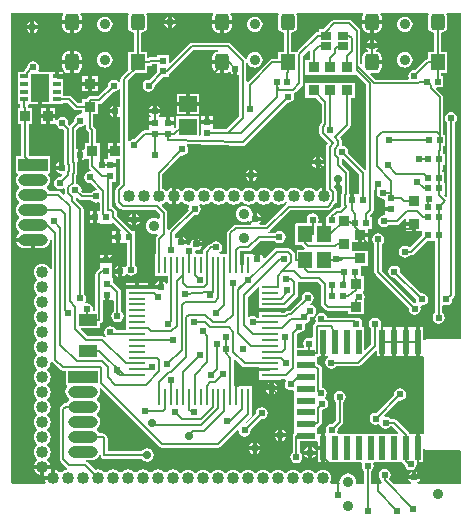
<source format=gtl>
G04 Layer_Physical_Order=1*
G04 Layer_Color=255*
%FSLAX44Y44*%
%MOMM*%
G71*
G01*
G75*
G04:AMPARAMS|DCode=10|XSize=1.4mm|YSize=1.2mm|CornerRadius=0.3mm|HoleSize=0mm|Usage=FLASHONLY|Rotation=90.000|XOffset=0mm|YOffset=0mm|HoleType=Round|Shape=RoundedRectangle|*
%AMROUNDEDRECTD10*
21,1,1.4000,0.6000,0,0,90.0*
21,1,0.8000,1.2000,0,0,90.0*
1,1,0.6000,0.3000,0.4000*
1,1,0.6000,0.3000,-0.4000*
1,1,0.6000,-0.3000,-0.4000*
1,1,0.6000,-0.3000,0.4000*
%
%ADD10ROUNDEDRECTD10*%
%ADD11R,1.2000X1.4000*%
%ADD12R,1.2192X1.4224*%
%ADD13R,0.5000X2.0000*%
%ADD14R,1.5000X0.5000*%
%ADD15R,0.6000X0.6200*%
%ADD16R,0.6200X0.6000*%
%ADD17R,0.5500X0.5500*%
%ADD18R,0.2794X1.4732*%
%ADD19R,1.4732X0.2794*%
%ADD20R,0.9500X0.8500*%
%ADD21R,0.8500X0.9500*%
%ADD22R,1.5500X1.0000*%
%ADD23R,0.5500X0.5500*%
%ADD24R,0.6500X0.3000*%
%ADD25R,1.6002X2.3500*%
%ADD26R,0.8500X0.6500*%
%ADD27R,1.5240X1.3208*%
%ADD28C,0.2032*%
%ADD29R,2.5000X1.0000*%
%ADD30O,2.5000X1.0000*%
%ADD31C,0.9000*%
%ADD32C,1.0160*%
%ADD33C,0.6096*%
%ADD34C,0.7000*%
G36*
X-27328Y-1270D02*
X-27840Y-2037D01*
X-28231Y-4000D01*
Y-12000D01*
X-27840Y-13963D01*
X-26728Y-15628D01*
X-25064Y-16740D01*
X-23208Y-17109D01*
Y-32968D01*
X-28132D01*
Y-38950D01*
X-29029Y-39129D01*
X-30037Y-39802D01*
X-38970Y-48735D01*
X-39624Y-48605D01*
X-41606Y-48999D01*
X-43286Y-50122D01*
X-44409Y-51802D01*
X-44804Y-53784D01*
X-44455Y-55538D01*
X-45125Y-56808D01*
X-72592D01*
X-77128Y-52271D01*
X-76642Y-51098D01*
X-72600D01*
X-70649Y-50710D01*
X-68995Y-49605D01*
X-67890Y-47951D01*
X-67502Y-46000D01*
Y-43750D01*
X-75600D01*
Y-40250D01*
X-67502D01*
Y-38000D01*
X-67890Y-36049D01*
X-68995Y-34395D01*
X-70649Y-33290D01*
X-71944Y-33032D01*
X-72213Y-31684D01*
X-71961Y-31516D01*
X-70845Y-29846D01*
X-70801Y-29627D01*
X-80399D01*
X-80355Y-29846D01*
X-79240Y-31516D01*
X-78988Y-31684D01*
X-79256Y-33032D01*
X-80551Y-33290D01*
X-82205Y-34395D01*
X-83310Y-36049D01*
X-83698Y-38000D01*
Y-43243D01*
X-84968Y-43869D01*
X-85479Y-43477D01*
Y-15489D01*
X-85716Y-14300D01*
X-86390Y-13292D01*
X-92799Y-6883D01*
X-93807Y-6209D01*
X-94996Y-5973D01*
X-107442D01*
X-108631Y-6209D01*
X-109640Y-6883D01*
X-116751Y-13995D01*
X-116934Y-14268D01*
X-120732D01*
Y-16442D01*
X-121213D01*
X-122403Y-16679D01*
X-123411Y-17352D01*
X-138207Y-32149D01*
X-139068Y-32968D01*
Y-32968D01*
X-139068Y-32968D01*
X-143992D01*
Y-17109D01*
X-142137Y-16740D01*
X-140472Y-15628D01*
X-139360Y-13963D01*
X-138969Y-12000D01*
Y-4000D01*
X-139360Y-2037D01*
X-139872Y-1270D01*
X-139193Y0D01*
X-83468D01*
X-82789Y-1270D01*
X-83310Y-2049D01*
X-83698Y-4000D01*
Y-6250D01*
X-75600D01*
X-67502D01*
Y-4000D01*
X-67890Y-2049D01*
X-68411Y-1270D01*
X-67732Y0D01*
X-28007D01*
X-27328Y-1270D01*
D02*
G37*
G36*
X-154328D02*
X-154840Y-2037D01*
X-155231Y-4000D01*
Y-12000D01*
X-154840Y-13963D01*
X-153728Y-15628D01*
X-152063Y-16740D01*
X-150208Y-17109D01*
Y-32968D01*
X-155132D01*
Y-38892D01*
X-159919D01*
X-161109Y-39129D01*
X-162117Y-39802D01*
X-180788Y-58474D01*
X-182058Y-57948D01*
Y-42985D01*
X-180788Y-42733D01*
X-180556Y-43294D01*
X-179509Y-44659D01*
X-178144Y-45706D01*
X-176555Y-46364D01*
X-174850Y-46588D01*
X-173145Y-46364D01*
X-171556Y-45706D01*
X-170191Y-44659D01*
X-169144Y-43294D01*
X-168486Y-41705D01*
X-168262Y-40000D01*
X-168486Y-38295D01*
X-169144Y-36706D01*
X-170191Y-35341D01*
X-171556Y-34294D01*
X-173145Y-33636D01*
X-174850Y-33412D01*
X-176555Y-33636D01*
X-178144Y-34294D01*
X-179509Y-35341D01*
X-180556Y-36706D01*
X-181214Y-38295D01*
X-181261Y-38649D01*
X-182582Y-38957D01*
X-182969Y-38379D01*
X-194907Y-26441D01*
X-195915Y-25767D01*
X-197104Y-25531D01*
X-228370D01*
X-229560Y-25767D01*
X-230568Y-26441D01*
X-246522Y-42395D01*
X-247695Y-41909D01*
Y-35914D01*
X-257259D01*
Y-37588D01*
X-262856D01*
X-264045Y-37825D01*
X-264798Y-38328D01*
X-265638Y-38048D01*
X-266068Y-37717D01*
Y-32968D01*
X-270958D01*
Y-25082D01*
X-270992Y-24911D01*
Y-17109D01*
X-269137Y-16740D01*
X-267472Y-15628D01*
X-266360Y-13963D01*
X-265970Y-12000D01*
Y-4000D01*
X-266360Y-2037D01*
X-266872Y-1270D01*
X-266193Y0D01*
X-210468D01*
X-209789Y-1270D01*
X-210310Y-2049D01*
X-210698Y-4000D01*
Y-6250D01*
X-202600D01*
X-194502D01*
Y-4000D01*
X-194890Y-2049D01*
X-195411Y-1270D01*
X-194732Y0D01*
X-155007D01*
X-154328Y-1270D01*
D02*
G37*
G36*
X-281328D02*
X-281840Y-2037D01*
X-282231Y-4000D01*
Y-12000D01*
X-281840Y-13963D01*
X-280728Y-15628D01*
X-279063Y-16740D01*
X-277208Y-17109D01*
Y-25048D01*
X-277174Y-25220D01*
Y-32968D01*
X-282132D01*
Y-48566D01*
X-287694Y-54127D01*
X-288367Y-55135D01*
X-288604Y-56325D01*
Y-58756D01*
X-289874Y-59142D01*
X-290469Y-58250D01*
X-292150Y-57127D01*
X-294132Y-56733D01*
X-296114Y-57127D01*
X-297794Y-58250D01*
X-298917Y-59930D01*
X-299312Y-61912D01*
X-299181Y-62567D01*
X-307611Y-70997D01*
X-314527D01*
X-315716Y-71233D01*
X-316724Y-71907D01*
X-317398Y-72915D01*
X-317495Y-73404D01*
X-321309D01*
Y-76579D01*
X-324302D01*
X-329526Y-71354D01*
X-330535Y-70680D01*
X-331724Y-70444D01*
X-337294D01*
Y-64084D01*
Y-57020D01*
X-337326D01*
Y-55802D01*
X-342576D01*
Y-54052D01*
X-344326D01*
Y-50552D01*
X-346325D01*
Y-50051D01*
X-357429D01*
X-358027Y-48931D01*
X-357673Y-48401D01*
X-357279Y-46418D01*
X-357673Y-44436D01*
X-358796Y-42756D01*
X-360476Y-41633D01*
X-362458Y-41239D01*
X-364440Y-41633D01*
X-366120Y-42756D01*
X-367243Y-44436D01*
X-367637Y-46418D01*
X-367634Y-46437D01*
X-369735Y-48539D01*
X-370409Y-49547D01*
X-370603Y-50520D01*
X-375359D01*
Y-57584D01*
Y-64084D01*
Y-70584D01*
Y-77083D01*
X-373184D01*
Y-80211D01*
X-373694Y-80832D01*
X-375607D01*
Y-94396D01*
X-372433D01*
Y-121793D01*
X-377113D01*
Y-135857D01*
X-376196D01*
X-375569Y-137127D01*
X-376223Y-137979D01*
X-376931Y-139690D01*
X-377173Y-141525D01*
X-376931Y-143361D01*
X-376223Y-145072D01*
X-375096Y-146541D01*
X-374399Y-147075D01*
Y-148675D01*
X-375096Y-149210D01*
X-376223Y-150679D01*
X-376931Y-152390D01*
X-377173Y-154225D01*
X-376931Y-156061D01*
X-376223Y-157772D01*
X-375096Y-159241D01*
X-374399Y-159775D01*
Y-161376D01*
X-375096Y-161910D01*
X-376223Y-163379D01*
X-376931Y-165090D01*
X-377173Y-166925D01*
X-376931Y-168761D01*
X-376223Y-170472D01*
X-375096Y-171941D01*
X-374399Y-172475D01*
Y-174076D01*
X-375096Y-174610D01*
X-376223Y-176079D01*
X-376931Y-177790D01*
X-377173Y-179625D01*
X-376931Y-181461D01*
X-376223Y-183172D01*
X-375096Y-184641D01*
X-374368Y-185199D01*
X-374360Y-186786D01*
X-375073Y-187333D01*
X-376195Y-188795D01*
X-376900Y-190498D01*
X-376910Y-190575D01*
X-362580D01*
Y-192325D01*
X-360830D01*
Y-199386D01*
X-355080D01*
X-353253Y-199145D01*
X-351550Y-198440D01*
X-350088Y-197318D01*
X-348966Y-195856D01*
X-348261Y-194153D01*
X-348040Y-192475D01*
X-346770Y-192558D01*
Y-217167D01*
X-348040Y-217419D01*
X-348554Y-216179D01*
X-349694Y-214693D01*
X-351179Y-213553D01*
X-352909Y-212836D01*
X-354766Y-212592D01*
X-356623Y-212836D01*
X-358353Y-213553D01*
X-359838Y-214693D01*
X-360978Y-216179D01*
X-361695Y-217909D01*
X-361939Y-219765D01*
X-361695Y-221622D01*
X-360978Y-223352D01*
X-359838Y-224838D01*
X-359216Y-225315D01*
Y-226916D01*
X-359838Y-227393D01*
X-360978Y-228879D01*
X-361695Y-230609D01*
X-361939Y-232465D01*
X-361695Y-234322D01*
X-360978Y-236052D01*
X-359838Y-237538D01*
X-359216Y-238015D01*
Y-239616D01*
X-359838Y-240093D01*
X-360978Y-241579D01*
X-361695Y-243309D01*
X-361939Y-245165D01*
X-361695Y-247022D01*
X-360978Y-248752D01*
X-359838Y-250238D01*
X-359216Y-250715D01*
Y-252316D01*
X-359838Y-252793D01*
X-360978Y-254279D01*
X-361695Y-256009D01*
X-361939Y-257865D01*
X-361695Y-259722D01*
X-360978Y-261452D01*
X-359838Y-262938D01*
X-359216Y-263415D01*
Y-265016D01*
X-359838Y-265493D01*
X-360978Y-266979D01*
X-361695Y-268709D01*
X-361939Y-270565D01*
X-361695Y-272422D01*
X-360978Y-274152D01*
X-359838Y-275638D01*
X-359216Y-276115D01*
Y-277716D01*
X-359838Y-278193D01*
X-360978Y-279679D01*
X-361695Y-281409D01*
X-361939Y-283265D01*
X-361695Y-285122D01*
X-360978Y-286852D01*
X-359838Y-288338D01*
X-359216Y-288815D01*
Y-290416D01*
X-359838Y-290893D01*
X-360978Y-292379D01*
X-361695Y-294109D01*
X-361939Y-295965D01*
X-361695Y-297822D01*
X-360978Y-299552D01*
X-359838Y-301038D01*
X-359216Y-301515D01*
Y-303116D01*
X-359838Y-303593D01*
X-360978Y-305079D01*
X-361695Y-306809D01*
X-361939Y-308665D01*
X-361695Y-310522D01*
X-360978Y-312252D01*
X-359838Y-313738D01*
X-359216Y-314215D01*
Y-315816D01*
X-359838Y-316293D01*
X-360978Y-317779D01*
X-361695Y-319509D01*
X-361939Y-321365D01*
X-361695Y-323222D01*
X-360978Y-324952D01*
X-359838Y-326438D01*
X-359216Y-326915D01*
Y-328516D01*
X-359838Y-328993D01*
X-360978Y-330479D01*
X-361695Y-332209D01*
X-361939Y-334065D01*
X-361695Y-335922D01*
X-360978Y-337652D01*
X-359838Y-339138D01*
X-359216Y-339615D01*
Y-341216D01*
X-359838Y-341693D01*
X-360978Y-343179D01*
X-361695Y-344909D01*
X-361939Y-346765D01*
X-361695Y-348622D01*
X-360978Y-350352D01*
X-359838Y-351838D01*
X-359216Y-352315D01*
Y-353916D01*
X-359838Y-354393D01*
X-360978Y-355879D01*
X-361695Y-357609D01*
X-361939Y-359465D01*
X-361695Y-361322D01*
X-360978Y-363052D01*
X-359838Y-364538D01*
X-359216Y-365015D01*
Y-366616D01*
X-359838Y-367093D01*
X-360978Y-368579D01*
X-361695Y-370309D01*
X-361939Y-372165D01*
X-361695Y-374022D01*
X-360978Y-375752D01*
X-359838Y-377238D01*
X-359190Y-377735D01*
Y-379336D01*
X-359815Y-379816D01*
X-360950Y-381295D01*
X-361664Y-383017D01*
X-361677Y-383115D01*
X-354766D01*
X-347855D01*
X-347868Y-383017D01*
X-348582Y-381295D01*
X-349716Y-379816D01*
X-350342Y-379336D01*
Y-377735D01*
X-349694Y-377238D01*
X-348554Y-375752D01*
X-347837Y-374022D01*
X-347593Y-372165D01*
X-347837Y-370309D01*
X-348554Y-368579D01*
X-349694Y-367093D01*
X-350316Y-366616D01*
Y-365015D01*
X-349694Y-364538D01*
X-348554Y-363052D01*
X-347837Y-361322D01*
X-347593Y-359465D01*
X-347837Y-357609D01*
X-348554Y-355879D01*
X-349694Y-354393D01*
X-350316Y-353916D01*
Y-352315D01*
X-349694Y-351838D01*
X-348554Y-350352D01*
X-347837Y-348622D01*
X-347593Y-346765D01*
X-347837Y-344909D01*
X-348554Y-343179D01*
X-349694Y-341693D01*
X-350316Y-341216D01*
Y-339615D01*
X-349694Y-339138D01*
X-348554Y-337652D01*
X-347837Y-335922D01*
X-347593Y-334065D01*
X-347837Y-332209D01*
X-348554Y-330479D01*
X-349694Y-328993D01*
X-350316Y-328516D01*
Y-326915D01*
X-349694Y-326438D01*
X-348554Y-324952D01*
X-347837Y-323222D01*
X-347593Y-321365D01*
X-347837Y-319509D01*
X-348554Y-317779D01*
X-349694Y-316293D01*
X-350316Y-315816D01*
Y-314215D01*
X-349694Y-313738D01*
X-348554Y-312252D01*
X-347837Y-310522D01*
X-347593Y-308665D01*
X-347837Y-306809D01*
X-348554Y-305079D01*
X-349694Y-303593D01*
X-350316Y-303116D01*
Y-301515D01*
X-349694Y-301038D01*
X-348554Y-299552D01*
X-347837Y-297822D01*
X-347593Y-295965D01*
X-347472Y-295884D01*
X-345859Y-296023D01*
X-339581Y-302301D01*
X-338573Y-302975D01*
X-337384Y-303211D01*
X-335055D01*
Y-315184D01*
X-334138D01*
X-333512Y-316454D01*
X-334165Y-317306D01*
X-334874Y-319016D01*
X-335115Y-320852D01*
X-334874Y-322687D01*
X-334165Y-324398D01*
X-333038Y-325867D01*
X-332341Y-326402D01*
Y-328002D01*
X-333038Y-328536D01*
X-334165Y-330005D01*
X-334347Y-330444D01*
X-334772D01*
X-335961Y-330681D01*
X-336969Y-331354D01*
X-339002Y-333386D01*
X-339675Y-334394D01*
X-339912Y-335584D01*
Y-377888D01*
X-339675Y-379078D01*
X-339002Y-380086D01*
X-333922Y-385166D01*
X-333630Y-385361D01*
X-333938Y-386682D01*
X-335033Y-386827D01*
X-336763Y-387543D01*
X-338248Y-388683D01*
X-338746Y-389331D01*
X-340346D01*
X-340826Y-388706D01*
X-342305Y-387571D01*
X-344028Y-386858D01*
X-344126Y-386845D01*
Y-393755D01*
X-345876D01*
Y-395505D01*
X-352787D01*
X-352774Y-395604D01*
X-352060Y-397326D01*
X-351782Y-397688D01*
X-352409Y-398958D01*
X-379947D01*
X-381000Y-398522D01*
Y0D01*
X-337468D01*
X-336789Y-1270D01*
X-337310Y-2049D01*
X-337698Y-4000D01*
Y-6250D01*
X-329600D01*
X-321502D01*
Y-4000D01*
X-321890Y-2049D01*
X-322411Y-1270D01*
X-321732Y0D01*
X-282007D01*
X-281328Y-1270D01*
D02*
G37*
G36*
X-206174Y-33016D02*
X-207551Y-33290D01*
X-209205Y-34395D01*
X-210310Y-36049D01*
X-210698Y-38000D01*
Y-40250D01*
X-202600D01*
Y-42000D01*
X-200850D01*
Y-51098D01*
X-199600D01*
X-197649Y-50710D01*
X-197080Y-50329D01*
X-195329Y-50687D01*
X-194901Y-51328D01*
X-193232Y-52444D01*
X-193012Y-52487D01*
Y-47688D01*
X-189512D01*
Y-52511D01*
X-188274Y-53174D01*
Y-88057D01*
X-199011Y-98794D01*
X-210186D01*
Y-96870D01*
X-210218D01*
Y-94452D01*
X-215318D01*
X-220418D01*
Y-96870D01*
X-220450D01*
Y-103260D01*
X-221720Y-104102D01*
X-221818Y-104060D01*
Y-87901D01*
X-241122D01*
Y-96505D01*
X-242077Y-97290D01*
X-243209Y-96821D01*
Y-95430D01*
X-248309D01*
Y-93680D01*
X-250059D01*
Y-88680D01*
X-253409D01*
Y-88680D01*
X-254409Y-88546D01*
Y-88546D01*
X-254624Y-88546D01*
X-255685D01*
X-256070Y-87276D01*
X-255869Y-87142D01*
X-254754Y-85472D01*
X-254710Y-85253D01*
X-264308D01*
X-264264Y-85472D01*
X-263148Y-87142D01*
X-262947Y-87276D01*
X-263333Y-88546D01*
X-264609D01*
Y-91796D01*
X-259509D01*
Y-95296D01*
X-264609D01*
Y-97714D01*
X-264641D01*
Y-99638D01*
X-267910D01*
X-269099Y-99875D01*
X-270107Y-100549D01*
X-276527Y-106968D01*
X-277181Y-106838D01*
X-279163Y-107232D01*
X-280844Y-108355D01*
X-281118Y-108766D01*
X-282388Y-108381D01*
Y-57612D01*
X-275809Y-51032D01*
X-266068D01*
Y-45108D01*
X-264160D01*
X-262971Y-44871D01*
X-261963Y-44197D01*
X-261569Y-43804D01*
X-257259D01*
Y-50083D01*
X-264039Y-56863D01*
X-264693Y-56733D01*
X-266675Y-57127D01*
X-268356Y-58250D01*
X-269479Y-59930D01*
X-269873Y-61912D01*
X-269479Y-63895D01*
X-268356Y-65575D01*
X-266675Y-66698D01*
X-264693Y-67092D01*
X-262711Y-66698D01*
X-261031Y-65575D01*
X-259908Y-63895D01*
X-259514Y-61912D01*
X-259644Y-61258D01*
X-252864Y-54478D01*
X-247695D01*
Y-52204D01*
X-247230Y-51894D01*
X-227083Y-31746D01*
X-206299D01*
X-206174Y-33016D01*
D02*
G37*
G36*
X-288604Y-65069D02*
Y-78826D01*
X-289874Y-79494D01*
X-290991Y-78747D01*
X-291211Y-78704D01*
Y-83503D01*
Y-88301D01*
X-290991Y-88258D01*
X-289874Y-87511D01*
X-288604Y-88179D01*
Y-110169D01*
X-291211D01*
Y-116919D01*
X-292961D01*
Y-118669D01*
X-299211D01*
Y-123669D01*
X-300364Y-123952D01*
X-302215D01*
Y-123952D01*
X-302288Y-124012D01*
Y-129222D01*
X-305788D01*
Y-123624D01*
X-306179Y-123207D01*
Y-110137D01*
X-309353D01*
Y-99504D01*
X-309590Y-98315D01*
X-310263Y-97307D01*
X-311419Y-96151D01*
Y-85968D01*
X-307745D01*
Y-77212D01*
X-306324D01*
X-305135Y-76976D01*
X-304126Y-76302D01*
X-294786Y-66962D01*
X-294132Y-67092D01*
X-292150Y-66698D01*
X-290469Y-65575D01*
X-289874Y-64683D01*
X-288604Y-65069D01*
D02*
G37*
G36*
X-354576Y-77551D02*
X-346325D01*
Y-77083D01*
X-337294D01*
Y-76659D01*
X-333011D01*
X-327786Y-81884D01*
X-326778Y-82558D01*
X-325589Y-82794D01*
X-321309D01*
Y-85155D01*
X-322475Y-86218D01*
X-322580Y-86197D01*
X-324562Y-86591D01*
X-326242Y-87714D01*
X-327365Y-89394D01*
X-327760Y-91376D01*
X-327629Y-92031D01*
X-331221Y-95623D01*
X-331243Y-95625D01*
X-332771Y-94097D01*
X-332640Y-93443D01*
X-333035Y-91461D01*
X-334157Y-89781D01*
X-335838Y-88658D01*
X-337820Y-88264D01*
X-339802Y-88658D01*
X-341483Y-89781D01*
X-342305Y-91012D01*
X-343575Y-90626D01*
Y-89364D01*
X-348075D01*
Y-94364D01*
X-344111D01*
X-343575Y-94364D01*
X-342650Y-95198D01*
X-342605Y-95425D01*
X-341483Y-97106D01*
X-339802Y-98228D01*
X-337820Y-98623D01*
X-337166Y-98492D01*
X-336195Y-99463D01*
Y-125388D01*
X-336689Y-125788D01*
Y-131371D01*
X-338439D01*
Y-133121D01*
X-343238D01*
X-343194Y-133341D01*
X-342079Y-135010D01*
X-340409Y-136126D01*
X-338439Y-136518D01*
X-338331Y-136496D01*
X-337705Y-137667D01*
X-339198Y-139159D01*
X-339852Y-139029D01*
X-341834Y-139423D01*
X-343515Y-140546D01*
X-344637Y-142226D01*
X-345032Y-144208D01*
X-344637Y-146191D01*
X-343515Y-147871D01*
X-341834Y-148994D01*
X-339852Y-149388D01*
X-337870Y-148994D01*
X-337118Y-148491D01*
X-335848Y-149170D01*
Y-152830D01*
X-335729Y-153427D01*
X-336899Y-154053D01*
X-338924Y-152028D01*
X-339933Y-151354D01*
X-341122Y-151118D01*
X-348756D01*
X-348938Y-150679D01*
X-350065Y-149210D01*
X-350762Y-148675D01*
Y-147075D01*
X-350065Y-146541D01*
X-348938Y-145072D01*
X-348229Y-143361D01*
X-347988Y-141525D01*
X-348229Y-139690D01*
X-348938Y-137979D01*
X-349591Y-137127D01*
X-348965Y-135857D01*
X-348049D01*
Y-121793D01*
X-365218D01*
X-366217Y-120793D01*
Y-94396D01*
X-363043D01*
Y-80832D01*
X-366244D01*
X-366454Y-79773D01*
X-366969Y-79003D01*
Y-78556D01*
X-366327Y-77551D01*
X-358076D01*
Y-63801D01*
X-354576D01*
Y-77551D01*
D02*
G37*
G36*
X-317634Y-95405D02*
Y-97438D01*
X-317398Y-98628D01*
X-316724Y-99636D01*
X-315568Y-100792D01*
Y-110137D01*
X-318743D01*
Y-115822D01*
X-320013Y-116501D01*
X-320894Y-115912D01*
X-321114Y-115869D01*
Y-120667D01*
Y-125466D01*
X-320894Y-125423D01*
X-319645Y-124588D01*
X-319224Y-124307D01*
X-319056Y-124095D01*
X-318743Y-123701D01*
Y-123701D01*
X-318743Y-123701D01*
X-315568D01*
Y-129985D01*
X-315332Y-131174D01*
X-314658Y-132182D01*
X-313743Y-133097D01*
X-314394Y-134242D01*
X-316180Y-134597D01*
X-317861Y-135720D01*
X-318983Y-137400D01*
X-319377Y-139382D01*
X-318983Y-141365D01*
X-317861Y-143045D01*
X-316180Y-144168D01*
X-314198Y-144562D01*
X-313544Y-144432D01*
X-308672Y-149303D01*
X-309298Y-150474D01*
X-309372Y-150459D01*
X-311354Y-150853D01*
X-313034Y-151976D01*
X-313405Y-152531D01*
X-320023D01*
X-321595Y-150959D01*
X-321465Y-150304D01*
X-321859Y-148322D01*
X-322981Y-146642D01*
X-324662Y-145519D01*
X-326147Y-145224D01*
X-325916Y-144063D01*
Y-137528D01*
X-325408Y-136769D01*
X-325172Y-135579D01*
Y-127162D01*
X-325298Y-126526D01*
X-325295Y-126519D01*
X-324613Y-125846D01*
Y-120667D01*
Y-115869D01*
X-324646Y-115875D01*
X-325849Y-115370D01*
X-325916Y-115334D01*
Y-99107D01*
X-323234Y-96426D01*
X-322580Y-96556D01*
X-320598Y-96162D01*
X-318918Y-95039D01*
X-318904Y-95019D01*
X-317634Y-95405D01*
D02*
G37*
G36*
X-128897Y-32300D02*
X-128208Y-32735D01*
Y-39963D01*
X-131882D01*
Y-52527D01*
X-118318D01*
Y-52527D01*
X-117667D01*
Y-52527D01*
X-104103D01*
Y-52527D01*
X-103452D01*
Y-52527D01*
X-89888D01*
Y-52527D01*
X-89235Y-52256D01*
X-80324Y-61168D01*
Y-132370D01*
X-81594Y-132896D01*
X-96043Y-118447D01*
X-95913Y-117793D01*
X-96307Y-115810D01*
X-97430Y-114130D01*
X-99110Y-113007D01*
X-101092Y-112613D01*
X-101214Y-111392D01*
Y-108546D01*
X-101451Y-107357D01*
X-102124Y-106349D01*
X-102833Y-105640D01*
X-94472Y-97280D01*
X-93799Y-96272D01*
X-93562Y-95082D01*
Y-72027D01*
X-89888D01*
Y-59463D01*
X-103452D01*
Y-59463D01*
X-104103D01*
Y-59463D01*
X-117667D01*
X-117667Y-59463D01*
X-118318D01*
Y-59463D01*
X-118937Y-59463D01*
X-131882D01*
Y-72027D01*
X-123213D01*
X-118056Y-77183D01*
Y-93265D01*
X-119178Y-94387D01*
X-119852Y-95395D01*
X-120089Y-96585D01*
Y-101635D01*
X-119852Y-102824D01*
X-119178Y-103832D01*
X-112537Y-110474D01*
X-113449Y-111387D01*
X-114123Y-112395D01*
X-114360Y-113584D01*
Y-147427D01*
X-114764Y-147762D01*
Y-155503D01*
X-118264D01*
Y-148593D01*
X-118362Y-148606D01*
X-120084Y-149319D01*
X-121563Y-150454D01*
X-122043Y-151079D01*
X-123644D01*
X-124142Y-150431D01*
X-125627Y-149291D01*
X-127357Y-148574D01*
X-129214Y-148330D01*
X-131070Y-148574D01*
X-132801Y-149291D01*
X-134286Y-150431D01*
X-134763Y-151053D01*
X-136364D01*
X-136842Y-150431D01*
X-138327Y-149291D01*
X-140057Y-148574D01*
X-141914Y-148330D01*
X-143771Y-148574D01*
X-145501Y-149291D01*
X-146986Y-150431D01*
X-147464Y-151053D01*
X-149064D01*
X-149542Y-150431D01*
X-151027Y-149291D01*
X-152757Y-148574D01*
X-154614Y-148330D01*
X-156470Y-148574D01*
X-158201Y-149291D01*
X-159686Y-150431D01*
X-160163Y-151053D01*
X-161764D01*
X-162242Y-150431D01*
X-163727Y-149291D01*
X-165457Y-148574D01*
X-167314Y-148330D01*
X-169170Y-148574D01*
X-170901Y-149291D01*
X-172386Y-150431D01*
X-172864Y-151053D01*
X-174464D01*
X-174942Y-150431D01*
X-176427Y-149291D01*
X-178157Y-148574D01*
X-180014Y-148330D01*
X-181870Y-148574D01*
X-183601Y-149291D01*
X-185086Y-150431D01*
X-185564Y-151053D01*
X-187164D01*
X-187642Y-150431D01*
X-189127Y-149291D01*
X-190857Y-148574D01*
X-192714Y-148330D01*
X-194571Y-148574D01*
X-196301Y-149291D01*
X-197786Y-150431D01*
X-198263Y-151053D01*
X-199864D01*
X-200342Y-150431D01*
X-201827Y-149291D01*
X-203557Y-148574D01*
X-205414Y-148330D01*
X-207271Y-148574D01*
X-209001Y-149291D01*
X-210486Y-150431D01*
X-210963Y-151053D01*
X-212564D01*
X-213042Y-150431D01*
X-214527Y-149291D01*
X-216257Y-148574D01*
X-218114Y-148330D01*
X-219970Y-148574D01*
X-221701Y-149291D01*
X-223186Y-150431D01*
X-223664Y-151053D01*
X-225264D01*
X-225742Y-150431D01*
X-227227Y-149291D01*
X-228957Y-148574D01*
X-230814Y-148330D01*
X-232670Y-148574D01*
X-234401Y-149291D01*
X-235886Y-150431D01*
X-236384Y-151079D01*
X-237985D01*
X-238464Y-150454D01*
X-239943Y-149319D01*
X-241666Y-148606D01*
X-241764Y-148593D01*
Y-155503D01*
Y-162414D01*
X-241666Y-162401D01*
X-239943Y-161688D01*
X-238464Y-160553D01*
X-237985Y-159928D01*
X-236384D01*
X-235886Y-160576D01*
X-234401Y-161716D01*
X-232670Y-162432D01*
X-231001Y-162652D01*
X-230600Y-163183D01*
X-230301Y-163890D01*
X-230591Y-164324D01*
X-230986Y-166306D01*
X-230855Y-166961D01*
X-247561Y-183667D01*
X-247590Y-183710D01*
X-248860Y-183325D01*
Y-169354D01*
X-249097Y-168165D01*
X-249771Y-167157D01*
X-253483Y-163445D01*
X-253185Y-161947D01*
X-252627Y-161716D01*
X-251142Y-160576D01*
X-250644Y-159928D01*
X-249043D01*
X-248563Y-160553D01*
X-247084Y-161688D01*
X-245362Y-162401D01*
X-245264Y-162414D01*
Y-155503D01*
Y-148593D01*
X-245362Y-148606D01*
X-247084Y-149319D01*
X-248563Y-150454D01*
X-249043Y-151079D01*
X-250644D01*
X-251142Y-150431D01*
X-252627Y-149291D01*
X-253106Y-149093D01*
Y-136834D01*
X-237128Y-120857D01*
X-236474Y-120987D01*
X-234492Y-120592D01*
X-232812Y-119470D01*
X-231689Y-117789D01*
X-231294Y-115807D01*
X-231689Y-113825D01*
X-232563Y-112517D01*
X-232018Y-111264D01*
X-185012Y-112771D01*
X-184962Y-112762D01*
X-184912Y-112772D01*
X-184365Y-112663D01*
X-183815Y-112572D01*
X-183772Y-112546D01*
X-183723Y-112536D01*
X-183259Y-112226D01*
X-182786Y-111931D01*
X-182757Y-111890D01*
X-182715Y-111862D01*
X-147212Y-76360D01*
X-146558Y-76490D01*
X-144576Y-76096D01*
X-142895Y-74973D01*
X-141773Y-73293D01*
X-141378Y-71311D01*
X-141745Y-69468D01*
X-141714Y-69019D01*
X-141330Y-68091D01*
X-141305Y-68086D01*
X-140296Y-67412D01*
X-134765Y-61880D01*
X-134091Y-60872D01*
X-133855Y-59683D01*
Y-36586D01*
X-129450Y-32181D01*
X-128897Y-32300D01*
D02*
G37*
G36*
X-102655Y-146207D02*
X-102259Y-146129D01*
X-102085Y-146012D01*
X-100965Y-146611D01*
Y-152532D01*
X-101497Y-153328D01*
X-101733Y-154518D01*
Y-163243D01*
X-101558Y-164121D01*
X-103207Y-165769D01*
X-105514D01*
X-106703Y-166006D01*
X-107711Y-166679D01*
X-112106Y-171074D01*
X-112994Y-171667D01*
X-114117Y-173347D01*
X-114511Y-175330D01*
X-114151Y-177140D01*
X-114345Y-177674D01*
Y-187522D01*
X-117845D01*
Y-178410D01*
X-120267D01*
X-120970Y-177367D01*
X-120937Y-177140D01*
X-120550Y-175196D01*
X-120945Y-173214D01*
X-122067Y-171534D01*
X-123748Y-170411D01*
X-125730Y-170017D01*
X-127712Y-170411D01*
X-129392Y-171534D01*
X-130515Y-173214D01*
X-130910Y-175196D01*
X-130529Y-177108D01*
X-130525Y-177330D01*
X-131175Y-178378D01*
X-140351D01*
Y-196666D01*
X-134856D01*
X-134420Y-197317D01*
X-132422Y-199316D01*
X-132948Y-200586D01*
X-140319D01*
Y-202933D01*
X-140690Y-203150D01*
X-141589Y-203318D01*
X-141820Y-202971D01*
X-144649Y-200143D01*
X-145657Y-199469D01*
X-146846Y-199233D01*
X-156168D01*
X-157358Y-199469D01*
X-158366Y-200143D01*
X-166225Y-208002D01*
X-167603Y-207584D01*
X-167762Y-206787D01*
X-168877Y-205118D01*
X-170547Y-204002D01*
X-170767Y-203958D01*
Y-208757D01*
X-174267D01*
Y-203958D01*
X-174486Y-204002D01*
X-175749Y-204846D01*
X-177019Y-204297D01*
Y-204104D01*
X-183877D01*
Y-204136D01*
X-183878D01*
Y-213502D01*
X-187179D01*
Y-204136D01*
X-187179D01*
Y-204104D01*
X-187500D01*
Y-202392D01*
X-187035Y-201926D01*
X-180340D01*
X-179151Y-201690D01*
X-178143Y-201016D01*
X-170163Y-193036D01*
X-157957D01*
X-157586Y-193591D01*
X-155906Y-194714D01*
X-153924Y-195108D01*
X-151942Y-194714D01*
X-150261Y-193591D01*
X-149139Y-191911D01*
X-148744Y-189928D01*
X-149139Y-187946D01*
X-150261Y-186266D01*
X-151942Y-185143D01*
X-153924Y-184749D01*
X-155906Y-185143D01*
X-157586Y-186266D01*
X-157957Y-186821D01*
X-163617D01*
X-163742Y-185551D01*
X-163153Y-185434D01*
X-162145Y-184760D01*
X-144784Y-167399D01*
X-112776D01*
X-111587Y-167162D01*
X-110579Y-166489D01*
X-109054Y-164964D01*
X-108381Y-163956D01*
X-108208Y-163087D01*
X-106188Y-161068D01*
X-105515Y-160059D01*
X-105278Y-158870D01*
Y-152137D01*
X-105515Y-150947D01*
X-106188Y-149939D01*
X-108144Y-147983D01*
Y-146411D01*
X-107024Y-145812D01*
X-106551Y-146129D01*
X-106155Y-146207D01*
Y-140948D01*
X-102655D01*
Y-146207D01*
D02*
G37*
G36*
X-86485Y-136795D02*
Y-153748D01*
X-88409D01*
Y-153780D01*
X-90828D01*
Y-158880D01*
X-94327D01*
Y-153780D01*
X-94724D01*
X-94749Y-153749D01*
Y-135760D01*
X-94986Y-134570D01*
X-95660Y-133562D01*
X-101214Y-128007D01*
Y-124193D01*
X-101180Y-123847D01*
X-99944Y-123335D01*
X-86485Y-136795D01*
D02*
G37*
G36*
X-159686Y-160576D02*
X-158201Y-161716D01*
X-156470Y-162432D01*
X-154614Y-162677D01*
X-152757Y-162432D01*
X-151027Y-161716D01*
X-149542Y-160576D01*
X-149462Y-160472D01*
X-147993Y-160489D01*
X-147956Y-160541D01*
X-148269Y-162094D01*
X-165630Y-179455D01*
X-170639D01*
X-171024Y-178185D01*
X-170859Y-178074D01*
X-169743Y-176404D01*
X-169699Y-176185D01*
X-174498D01*
Y-174435D01*
X-176248D01*
Y-169238D01*
X-177134Y-168714D01*
X-177145Y-168633D01*
X-177851Y-166929D01*
X-178974Y-165465D01*
X-180438Y-164342D01*
X-182143Y-163636D01*
X-183972Y-163395D01*
X-185801Y-163636D01*
X-187505Y-164342D01*
X-188969Y-165465D01*
X-190092Y-166929D01*
X-190798Y-168633D01*
X-191039Y-170462D01*
X-190798Y-172292D01*
X-190092Y-173996D01*
X-188969Y-175460D01*
X-187505Y-176583D01*
X-185801Y-177289D01*
X-183972Y-177530D01*
X-182143Y-177289D01*
X-180507Y-176612D01*
X-180364Y-176581D01*
X-178869Y-176980D01*
X-178137Y-178074D01*
X-177971Y-178185D01*
X-178357Y-179455D01*
X-191116D01*
X-192306Y-179691D01*
X-193314Y-180365D01*
X-197632Y-184683D01*
X-198305Y-185691D01*
X-198542Y-186880D01*
Y-204104D01*
X-204316D01*
X-204701Y-202834D01*
X-203983Y-202354D01*
X-202860Y-200674D01*
X-202465Y-198692D01*
X-202860Y-196709D01*
X-203983Y-195029D01*
X-205663Y-193906D01*
X-207645Y-193512D01*
X-209627Y-193906D01*
X-211308Y-195029D01*
X-211678Y-195584D01*
X-211709D01*
X-212898Y-195820D01*
X-213906Y-196494D01*
X-217698Y-200285D01*
X-218371Y-201294D01*
X-218608Y-202483D01*
Y-204104D01*
X-224406D01*
X-225449Y-202834D01*
X-225334Y-202257D01*
X-225138Y-201856D01*
X-224424Y-201143D01*
X-224282Y-201171D01*
X-222312Y-200780D01*
X-220643Y-199664D01*
X-219527Y-197994D01*
X-219483Y-197775D01*
X-224282D01*
Y-196024D01*
X-226032D01*
Y-191226D01*
X-226252Y-191269D01*
X-227921Y-192385D01*
X-229037Y-194055D01*
X-229429Y-196024D01*
X-229419Y-196077D01*
X-230184Y-196842D01*
X-230539Y-196952D01*
X-231453Y-197133D01*
X-231769Y-196913D01*
X-232305Y-196188D01*
X-237251D01*
Y-194438D01*
X-239001D01*
Y-189639D01*
X-239221Y-189683D01*
X-240891Y-190799D01*
X-240986Y-190942D01*
X-242256Y-190557D01*
Y-187152D01*
X-226460Y-171356D01*
X-225806Y-171486D01*
X-223824Y-171092D01*
X-222143Y-169969D01*
X-221021Y-168289D01*
X-220627Y-166306D01*
X-221021Y-164324D01*
X-221901Y-163007D01*
X-221059Y-161982D01*
X-219970Y-162432D01*
X-218114Y-162677D01*
X-216257Y-162432D01*
X-214527Y-161716D01*
X-213042Y-160576D01*
X-212564Y-159954D01*
X-210963D01*
X-210486Y-160576D01*
X-209001Y-161716D01*
X-207271Y-162432D01*
X-205414Y-162677D01*
X-203557Y-162432D01*
X-201827Y-161716D01*
X-200342Y-160576D01*
X-199864Y-159954D01*
X-198263D01*
X-197786Y-160576D01*
X-196301Y-161716D01*
X-194571Y-162432D01*
X-192714Y-162677D01*
X-190857Y-162432D01*
X-189127Y-161716D01*
X-187642Y-160576D01*
X-187164Y-159954D01*
X-185564D01*
X-185086Y-160576D01*
X-183601Y-161716D01*
X-181870Y-162432D01*
X-180014Y-162677D01*
X-178157Y-162432D01*
X-176427Y-161716D01*
X-174942Y-160576D01*
X-174464Y-159954D01*
X-172864D01*
X-172386Y-160576D01*
X-170901Y-161716D01*
X-169170Y-162432D01*
X-167314Y-162677D01*
X-165457Y-162432D01*
X-163727Y-161716D01*
X-162242Y-160576D01*
X-161764Y-159954D01*
X-160163D01*
X-159686Y-160576D01*
D02*
G37*
G36*
X-288604Y-144776D02*
X-292012Y-148184D01*
X-292685Y-149192D01*
X-292922Y-150381D01*
Y-160464D01*
X-292685Y-161654D01*
X-292012Y-162662D01*
X-288710Y-165964D01*
X-287701Y-166638D01*
X-286512Y-166874D01*
X-258843D01*
X-255076Y-170642D01*
Y-174100D01*
X-256346Y-174726D01*
X-256638Y-174502D01*
X-258342Y-173796D01*
X-260172Y-173555D01*
X-262001Y-173796D01*
X-263705Y-174502D01*
X-265169Y-175625D01*
X-266292Y-177089D01*
X-266998Y-178793D01*
X-267239Y-180623D01*
X-266998Y-182452D01*
X-266292Y-184156D01*
X-265169Y-185620D01*
X-263705Y-186743D01*
X-262001Y-187449D01*
X-260172Y-187690D01*
X-258342Y-187449D01*
X-257450Y-187080D01*
X-256731Y-188156D01*
X-257830Y-189255D01*
X-258503Y-190263D01*
X-258740Y-191453D01*
Y-204104D01*
X-259061D01*
Y-222900D01*
X-248580D01*
Y-229249D01*
X-249850Y-229634D01*
X-250672Y-228405D01*
X-252341Y-227289D01*
X-252561Y-227246D01*
Y-232044D01*
X-254311D01*
Y-233794D01*
X-260130D01*
X-260350Y-234016D01*
X-264776D01*
Y-233695D01*
X-264808D01*
Y-233695D01*
X-274174D01*
X-283540D01*
Y-233695D01*
X-283572D01*
Y-240553D01*
Y-250459D01*
Y-260619D01*
Y-269069D01*
X-292325D01*
X-292395Y-268718D01*
X-293517Y-267038D01*
X-295198Y-265915D01*
X-297180Y-265521D01*
X-299162Y-265915D01*
X-300842Y-267038D01*
X-301965Y-268718D01*
X-302360Y-270700D01*
X-301965Y-272683D01*
X-300951Y-274200D01*
X-301938Y-275010D01*
X-302348Y-274599D01*
X-303357Y-273925D01*
X-304546Y-273689D01*
X-316721D01*
X-322131Y-268279D01*
X-321645Y-267105D01*
X-306023D01*
Y-263071D01*
X-305389Y-262944D01*
X-304380Y-262271D01*
X-303707Y-261262D01*
X-303470Y-260073D01*
Y-243672D01*
X-302054D01*
Y-238672D01*
X-298554D01*
Y-243672D01*
X-295204D01*
X-294192Y-244294D01*
Y-252951D01*
X-294746Y-253322D01*
X-295869Y-255002D01*
X-296264Y-256985D01*
X-295869Y-258967D01*
X-294746Y-260647D01*
X-293066Y-261770D01*
X-291084Y-262164D01*
X-289102Y-261770D01*
X-287421Y-260647D01*
X-286299Y-258967D01*
X-285905Y-256985D01*
X-286299Y-255002D01*
X-287421Y-253322D01*
X-287976Y-252951D01*
Y-236537D01*
X-288213Y-235347D01*
X-288887Y-234339D01*
X-293967Y-229259D01*
X-294975Y-228585D01*
X-295172Y-228546D01*
Y-225268D01*
X-295172Y-224440D01*
X-295172D01*
X-295331Y-224064D01*
X-295331Y-224064D01*
Y-214000D01*
X-295363D01*
Y-211582D01*
X-300463D01*
X-305563D01*
Y-214000D01*
X-305595D01*
Y-216237D01*
X-306490Y-216834D01*
X-308776Y-219120D01*
X-309449Y-220129D01*
X-309686Y-221318D01*
Y-253041D01*
X-310935D01*
X-311741Y-252059D01*
X-311558Y-251143D01*
X-311953Y-249160D01*
X-313076Y-247480D01*
X-314756Y-246357D01*
X-316738Y-245963D01*
X-318016Y-246217D01*
X-318779Y-245074D01*
X-318049Y-243981D01*
X-317654Y-241999D01*
X-318049Y-240016D01*
X-319172Y-238336D01*
X-319726Y-237965D01*
Y-166367D01*
X-319963Y-165177D01*
X-320636Y-164169D01*
X-326385Y-158420D01*
Y-156754D01*
X-325116Y-156228D01*
X-323507Y-157836D01*
X-322499Y-158510D01*
X-321310Y-158746D01*
X-313405D01*
X-313034Y-159301D01*
X-311354Y-160424D01*
X-309372Y-160818D01*
X-307390Y-160424D01*
X-307188Y-160289D01*
X-306068Y-160888D01*
Y-168328D01*
X-308002D01*
Y-173428D01*
Y-178528D01*
X-305585D01*
Y-178560D01*
X-295521D01*
Y-178273D01*
X-294347Y-177787D01*
X-288311Y-183823D01*
X-288590Y-184496D01*
Y-190096D01*
Y-195196D01*
X-286172D01*
Y-195228D01*
X-282696D01*
Y-213647D01*
X-283251Y-214018D01*
X-283934Y-215041D01*
X-285015Y-215456D01*
X-285501Y-215273D01*
X-286819Y-214393D01*
X-287039Y-214349D01*
Y-219148D01*
Y-223946D01*
X-286819Y-223903D01*
X-285149Y-222787D01*
X-284481Y-221787D01*
X-284177Y-221677D01*
X-282928Y-221560D01*
X-282921Y-221563D01*
X-281571Y-222465D01*
X-279589Y-222860D01*
X-277606Y-222465D01*
X-275926Y-221343D01*
X-274803Y-219662D01*
X-274409Y-217680D01*
X-274803Y-215698D01*
X-275926Y-214018D01*
X-276481Y-213647D01*
Y-195228D01*
X-276108D01*
Y-184964D01*
X-278380D01*
X-291397Y-171947D01*
Y-169065D01*
X-291633Y-167876D01*
X-292307Y-166868D01*
X-294093Y-165082D01*
X-295101Y-164408D01*
X-295789Y-164272D01*
Y-143185D01*
X-291984D01*
Y-133121D01*
X-292015D01*
Y-130702D01*
X-297115D01*
Y-127202D01*
X-292015D01*
Y-123952D01*
X-290863Y-123669D01*
X-288604D01*
Y-144776D01*
D02*
G37*
G36*
X0Y-275761D02*
X-416Y-276097D01*
X-1270Y-276551D01*
X-1826Y-276440D01*
X-29325D01*
X-30117Y-276598D01*
X-30790Y-277047D01*
X-31056Y-277445D01*
X-32325Y-277168D01*
Y-266512D01*
X-35076D01*
Y-278512D01*
Y-290512D01*
X-32666D01*
X-32325Y-290512D01*
X-31396Y-291335D01*
Y-355689D01*
X-32325Y-356512D01*
X-32666Y-356512D01*
X-35076D01*
Y-368512D01*
X-38575D01*
Y-356512D01*
X-41325D01*
Y-356512D01*
X-42294Y-356480D01*
Y-356480D01*
X-42582Y-356480D01*
X-43934D01*
X-43954Y-356379D01*
X-44628Y-355371D01*
X-55042Y-344957D01*
X-56050Y-344283D01*
X-57239Y-344047D01*
X-59975D01*
X-60346Y-343492D01*
X-62026Y-342369D01*
X-64008Y-341975D01*
X-64399Y-342053D01*
X-65025Y-340882D01*
X-52470Y-328328D01*
X-51816Y-328458D01*
X-49834Y-328064D01*
X-48154Y-326941D01*
X-47031Y-325261D01*
X-46637Y-323279D01*
X-47031Y-321296D01*
X-48154Y-319616D01*
X-49834Y-318493D01*
X-51816Y-318099D01*
X-53798Y-318493D01*
X-55479Y-319616D01*
X-56601Y-321296D01*
X-56996Y-323279D01*
X-56865Y-323933D01*
X-71736Y-338803D01*
X-72390Y-338673D01*
X-74372Y-339067D01*
X-76052Y-340190D01*
X-77175Y-341870D01*
X-77569Y-343853D01*
X-77175Y-345835D01*
X-76052Y-347515D01*
X-74372Y-348638D01*
X-72390Y-349032D01*
X-70408Y-348638D01*
X-70021Y-348379D01*
X-68847Y-348865D01*
X-68793Y-349137D01*
X-67670Y-350817D01*
X-65990Y-351940D01*
X-64008Y-352334D01*
X-62026Y-351940D01*
X-60346Y-350817D01*
X-59975Y-350262D01*
X-58527D01*
X-53482Y-355307D01*
X-53968Y-356480D01*
X-61024D01*
X-61358Y-356480D01*
X-62294D01*
X-62628Y-356480D01*
X-71024D01*
X-71358Y-356480D01*
X-72294D01*
X-72628Y-356480D01*
X-81024D01*
X-81358Y-356480D01*
Y-356480D01*
X-82294D01*
Y-356480D01*
X-91024D01*
X-91358Y-356480D01*
X-92294D01*
X-92628Y-356480D01*
X-101024D01*
X-101358Y-356480D01*
X-102294D01*
X-102628Y-356480D01*
X-104429D01*
X-105028Y-355360D01*
X-104943Y-355233D01*
X-104549Y-353251D01*
X-104679Y-352596D01*
X-100673Y-348590D01*
X-99999Y-347582D01*
X-99762Y-346393D01*
Y-329598D01*
X-99207Y-329227D01*
X-98085Y-327547D01*
X-97690Y-325564D01*
X-98085Y-323582D01*
X-99207Y-321902D01*
X-100888Y-320779D01*
X-102870Y-320385D01*
X-104852Y-320779D01*
X-106532Y-321902D01*
X-107655Y-323582D01*
X-108049Y-325564D01*
X-107655Y-327547D01*
X-106532Y-329227D01*
X-105978Y-329598D01*
Y-345105D01*
X-109074Y-348201D01*
X-109728Y-348071D01*
X-111710Y-348465D01*
X-113391Y-349588D01*
X-114513Y-351268D01*
X-114908Y-353251D01*
X-114513Y-355233D01*
X-114407Y-355392D01*
X-115006Y-356512D01*
X-115076D01*
Y-368512D01*
Y-380512D01*
X-112326D01*
Y-380512D01*
X-111358Y-380544D01*
Y-380544D01*
X-102628D01*
X-102294Y-380544D01*
X-101358D01*
X-101024Y-380544D01*
X-92628D01*
X-92294Y-380544D01*
X-91358D01*
X-91024Y-380544D01*
X-84688D01*
X-84037Y-381591D01*
X-84046Y-381814D01*
X-84427Y-383731D01*
X-84033Y-385713D01*
X-82910Y-387393D01*
X-82356Y-387764D01*
Y-398958D01*
X-88314D01*
X-89151Y-398003D01*
X-89045Y-397198D01*
X-89286Y-395369D01*
X-89992Y-393664D01*
X-91115Y-392201D01*
X-92579Y-391077D01*
X-94283Y-390372D01*
X-96113Y-390131D01*
X-97942Y-390372D01*
X-99646Y-391077D01*
X-101110Y-392201D01*
X-102233Y-393664D01*
X-102939Y-395369D01*
X-103180Y-397198D01*
X-103074Y-398003D01*
X-103911Y-398958D01*
X-110673D01*
X-111235Y-397819D01*
X-111064Y-397596D01*
X-110347Y-395866D01*
X-110103Y-394009D01*
X-110347Y-392153D01*
X-111064Y-390423D01*
X-112204Y-388937D01*
X-113689Y-387797D01*
X-115419Y-387080D01*
X-117276Y-386836D01*
X-119132Y-387080D01*
X-120863Y-387797D01*
X-122348Y-388937D01*
X-122825Y-389559D01*
X-124426D01*
X-124904Y-388937D01*
X-126389Y-387797D01*
X-128119Y-387080D01*
X-129976Y-386836D01*
X-131833Y-387080D01*
X-133563Y-387797D01*
X-135048Y-388937D01*
X-135526Y-389559D01*
X-137126D01*
X-137604Y-388937D01*
X-139089Y-387797D01*
X-140819Y-387080D01*
X-142676Y-386836D01*
X-144532Y-387080D01*
X-146263Y-387797D01*
X-147748Y-388937D01*
X-148323Y-389686D01*
X-149910Y-389704D01*
X-150304Y-389191D01*
X-151789Y-388051D01*
X-153519Y-387335D01*
X-155376Y-387090D01*
X-157233Y-387335D01*
X-158963Y-388051D01*
X-160448Y-389191D01*
X-160842Y-389704D01*
X-162429Y-389686D01*
X-163004Y-388937D01*
X-164489Y-387797D01*
X-166219Y-387080D01*
X-168076Y-386836D01*
X-169932Y-387080D01*
X-171663Y-387797D01*
X-173148Y-388937D01*
X-173626Y-389559D01*
X-175226D01*
X-175704Y-388937D01*
X-177189Y-387797D01*
X-178919Y-387080D01*
X-180776Y-386836D01*
X-182633Y-387080D01*
X-184363Y-387797D01*
X-185848Y-388937D01*
X-186325Y-389559D01*
X-187926D01*
X-188404Y-388937D01*
X-189889Y-387797D01*
X-191619Y-387080D01*
X-193476Y-386836D01*
X-195333Y-387080D01*
X-197063Y-387797D01*
X-198548Y-388937D01*
X-199025Y-389559D01*
X-200626D01*
X-201104Y-388937D01*
X-202589Y-387797D01*
X-204319Y-387080D01*
X-206176Y-386836D01*
X-208032Y-387080D01*
X-209763Y-387797D01*
X-211248Y-388937D01*
X-211726Y-389559D01*
X-213326D01*
X-213804Y-388937D01*
X-215289Y-387797D01*
X-217019Y-387080D01*
X-218876Y-386836D01*
X-220732Y-387080D01*
X-222463Y-387797D01*
X-223948Y-388937D01*
X-224426Y-389559D01*
X-226026D01*
X-226504Y-388937D01*
X-227989Y-387797D01*
X-229719Y-387080D01*
X-231576Y-386836D01*
X-233433Y-387080D01*
X-235163Y-387797D01*
X-236648Y-388937D01*
X-237041Y-389450D01*
X-238629Y-389432D01*
X-239204Y-388683D01*
X-240689Y-387543D01*
X-242419Y-386827D01*
X-244276Y-386582D01*
X-246133Y-386827D01*
X-247863Y-387543D01*
X-249348Y-388683D01*
X-249825Y-389305D01*
X-251426D01*
X-251904Y-388683D01*
X-253389Y-387543D01*
X-255119Y-386827D01*
X-256976Y-386582D01*
X-258832Y-386827D01*
X-260563Y-387543D01*
X-262048Y-388683D01*
X-262526Y-389305D01*
X-264126D01*
X-264604Y-388683D01*
X-266089Y-387543D01*
X-267819Y-386827D01*
X-269676Y-386582D01*
X-271532Y-386827D01*
X-273263Y-387543D01*
X-274748Y-388683D01*
X-275226Y-389305D01*
X-276826D01*
X-277304Y-388683D01*
X-278789Y-387543D01*
X-280519Y-386827D01*
X-282376Y-386582D01*
X-284233Y-386827D01*
X-285963Y-387543D01*
X-287448Y-388683D01*
X-287925Y-389305D01*
X-289526D01*
X-290004Y-388683D01*
X-291489Y-387543D01*
X-293219Y-386827D01*
X-295076Y-386582D01*
X-296933Y-386827D01*
X-298663Y-387543D01*
X-300148Y-388683D01*
X-300625Y-389305D01*
X-302226D01*
X-302704Y-388683D01*
X-304189Y-387543D01*
X-305919Y-386827D01*
X-307776Y-386582D01*
X-309632Y-386827D01*
X-310112Y-387025D01*
X-316365Y-380771D01*
X-317374Y-380097D01*
X-317790Y-380014D01*
X-317665Y-378745D01*
X-313023D01*
X-311187Y-378503D01*
X-309476Y-377794D01*
X-308007Y-376667D01*
X-306880Y-375198D01*
X-306708Y-374783D01*
X-305387Y-374913D01*
X-305287Y-375417D01*
X-304614Y-376425D01*
X-304197Y-376842D01*
X-303188Y-377516D01*
X-301999Y-377752D01*
X-270555D01*
X-269967Y-378633D01*
X-268137Y-379855D01*
X-265979Y-380285D01*
X-263820Y-379855D01*
X-261990Y-378633D01*
X-260768Y-376803D01*
X-260338Y-374645D01*
X-260768Y-372486D01*
X-261990Y-370656D01*
X-263820Y-369433D01*
X-265979Y-369004D01*
X-268137Y-369433D01*
X-269967Y-370656D01*
X-270555Y-371537D01*
X-299308D01*
Y-360413D01*
X-299545Y-359223D01*
X-300219Y-358215D01*
X-301378Y-357055D01*
X-302387Y-356382D01*
X-303576Y-356145D01*
X-306574D01*
X-306880Y-355406D01*
X-308007Y-353937D01*
X-308704Y-353402D01*
Y-351802D01*
X-308007Y-351267D01*
X-306880Y-349798D01*
X-306172Y-348088D01*
X-305930Y-346252D01*
X-306172Y-344416D01*
X-306880Y-342705D01*
X-308007Y-341236D01*
X-308704Y-340702D01*
Y-339102D01*
X-308007Y-338567D01*
X-306880Y-337098D01*
X-306172Y-335387D01*
X-305930Y-333552D01*
X-306172Y-331716D01*
X-306880Y-330005D01*
X-308007Y-328536D01*
X-308704Y-328002D01*
Y-326402D01*
X-308007Y-325867D01*
X-306880Y-324398D01*
X-306172Y-322687D01*
X-305930Y-320852D01*
X-306172Y-319016D01*
X-306401Y-318463D01*
X-305324Y-317743D01*
X-255698Y-367369D01*
X-254690Y-368043D01*
X-253501Y-368279D01*
X-205538D01*
X-204348Y-368043D01*
X-203340Y-367369D01*
X-189772Y-353801D01*
X-188462Y-354287D01*
X-188173Y-355741D01*
X-187050Y-357421D01*
X-185370Y-358544D01*
X-183388Y-358938D01*
X-181406Y-358544D01*
X-179725Y-357421D01*
X-178603Y-355741D01*
X-178209Y-353759D01*
X-178339Y-353104D01*
X-169564Y-344330D01*
X-168910Y-344460D01*
X-166928Y-344066D01*
X-165247Y-342943D01*
X-164125Y-341263D01*
X-163731Y-339281D01*
X-164125Y-337298D01*
X-165247Y-335618D01*
X-166928Y-334495D01*
X-168910Y-334101D01*
X-170892Y-334495D01*
X-172572Y-335618D01*
X-173695Y-337298D01*
X-174090Y-339281D01*
X-173959Y-339935D01*
X-181830Y-347806D01*
X-181954Y-347779D01*
X-182361Y-346390D01*
X-178251Y-342280D01*
X-177577Y-341271D01*
X-177341Y-340082D01*
Y-335168D01*
X-177019D01*
Y-316372D01*
X-188957D01*
Y-316404D01*
X-192005D01*
Y-316372D01*
X-192327D01*
Y-293978D01*
X-191153Y-293492D01*
X-185380Y-299266D01*
X-184372Y-299939D01*
X-183182Y-300176D01*
X-171304D01*
Y-300497D01*
X-171272D01*
Y-300498D01*
X-161906D01*
Y-303799D01*
X-171272D01*
Y-303799D01*
X-171304D01*
Y-310657D01*
X-152508D01*
Y-310336D01*
X-149032D01*
X-148567Y-310892D01*
X-148304Y-311533D01*
X-149057Y-312660D01*
X-149452Y-314643D01*
X-149057Y-316625D01*
X-147935Y-318305D01*
X-146254Y-319428D01*
X-144272Y-319822D01*
X-142627Y-319495D01*
X-141357Y-320216D01*
Y-322710D01*
X-141357Y-323044D01*
X-141358D01*
Y-323980D01*
X-141357D01*
Y-333044D01*
X-141358Y-333044D01*
Y-333980D01*
X-141357D01*
X-141357Y-334314D01*
Y-343044D01*
X-141358D01*
Y-343980D01*
X-141357D01*
Y-352710D01*
X-141357Y-353044D01*
Y-353980D01*
X-141357Y-354314D01*
Y-355954D01*
X-141897Y-356314D01*
X-142571Y-357323D01*
X-142808Y-358512D01*
Y-372331D01*
X-143363Y-372702D01*
X-144485Y-374382D01*
X-144880Y-376365D01*
X-144485Y-378347D01*
X-143363Y-380027D01*
X-141682Y-381150D01*
X-139700Y-381544D01*
X-137718Y-381150D01*
X-136038Y-380027D01*
X-134915Y-378347D01*
X-134521Y-376365D01*
X-134915Y-374382D01*
X-136038Y-372702D01*
X-136592Y-372331D01*
Y-363044D01*
X-122596D01*
X-122294Y-363044D01*
X-121326Y-363774D01*
Y-366762D01*
X-118576D01*
Y-356512D01*
X-121024D01*
X-121326Y-356512D01*
X-122294Y-355782D01*
Y-354314D01*
X-122294Y-353980D01*
Y-353044D01*
X-122294Y-352710D01*
Y-351391D01*
X-122255Y-351383D01*
X-121247Y-350709D01*
X-118961Y-348423D01*
X-118287Y-347415D01*
X-118050Y-346226D01*
Y-336492D01*
X-117856Y-336332D01*
X-115874Y-335938D01*
X-114193Y-334815D01*
X-113071Y-333135D01*
X-112676Y-331152D01*
X-113071Y-329170D01*
X-114193Y-327490D01*
X-114857Y-327047D01*
X-115463Y-325925D01*
X-114341Y-324245D01*
X-113947Y-322262D01*
X-114341Y-320280D01*
X-115463Y-318600D01*
X-117144Y-317477D01*
X-118050Y-317297D01*
Y-301306D01*
X-118092Y-301096D01*
X-118079Y-300883D01*
X-118209Y-300507D01*
X-118287Y-300117D01*
X-118406Y-299939D01*
X-118476Y-299737D01*
X-118740Y-299439D01*
X-118961Y-299109D01*
X-119138Y-298990D01*
X-119280Y-298830D01*
X-119638Y-298656D01*
X-119969Y-298435D01*
X-120178Y-298393D01*
X-120371Y-298300D01*
X-122294Y-297796D01*
Y-293980D01*
X-122294D01*
Y-293044D01*
X-122294D01*
Y-291593D01*
X-121239Y-291383D01*
X-120231Y-290709D01*
X-120099Y-290512D01*
X-118576D01*
Y-278512D01*
X-115076D01*
Y-290512D01*
X-112663D01*
X-112212Y-291735D01*
X-113645Y-292692D01*
X-114767Y-294372D01*
X-115162Y-296355D01*
X-114767Y-298337D01*
X-113645Y-300017D01*
X-111964Y-301140D01*
X-109982Y-301534D01*
X-108000Y-301140D01*
X-106320Y-300017D01*
X-105949Y-299462D01*
X-87350D01*
X-86160Y-299226D01*
X-85152Y-298552D01*
X-72499Y-285899D01*
X-71326Y-286385D01*
Y-290512D01*
X-68576D01*
Y-278512D01*
X-65076D01*
Y-290512D01*
X-62596D01*
X-62326Y-290512D01*
X-61326D01*
X-61056Y-290512D01*
X-58576D01*
Y-278512D01*
Y-266512D01*
X-61056D01*
X-61326Y-266512D01*
X-62326D01*
X-62596Y-266512D01*
X-67700D01*
X-68351Y-265464D01*
X-68349Y-265242D01*
X-67970Y-263335D01*
X-68364Y-261352D01*
X-69487Y-259672D01*
X-71167Y-258549D01*
X-73149Y-258155D01*
X-75132Y-258549D01*
X-76812Y-259672D01*
X-77935Y-261352D01*
X-78329Y-263335D01*
X-77935Y-265317D01*
X-76812Y-266997D01*
X-76257Y-267368D01*
Y-280867D01*
X-81121Y-285730D01*
X-82294Y-285245D01*
Y-266480D01*
X-83545D01*
X-84058Y-265520D01*
X-84094Y-265210D01*
X-83721Y-263335D01*
X-84115Y-261352D01*
X-85238Y-259672D01*
X-86918Y-258549D01*
X-88900Y-258155D01*
X-90016Y-258377D01*
X-90932Y-258195D01*
X-113399D01*
X-113579Y-257288D01*
X-114701Y-255608D01*
X-116382Y-254485D01*
X-118364Y-254091D01*
X-120346Y-254485D01*
X-122027Y-255608D01*
X-123149Y-257288D01*
X-123544Y-259270D01*
X-123159Y-261206D01*
X-123153Y-261262D01*
X-123617Y-262592D01*
X-124626Y-263266D01*
X-125299Y-264274D01*
X-125536Y-265464D01*
Y-274828D01*
X-126806Y-275515D01*
X-128524Y-275173D01*
X-130506Y-275567D01*
X-132186Y-276690D01*
X-133309Y-278370D01*
X-133703Y-280352D01*
X-133309Y-282335D01*
X-132958Y-282860D01*
X-133557Y-283980D01*
X-139386D01*
Y-272242D01*
X-138068Y-270924D01*
X-137414Y-271054D01*
X-135432Y-270660D01*
X-133751Y-269537D01*
X-132629Y-267857D01*
X-132234Y-265875D01*
X-132629Y-263892D01*
X-131787Y-262866D01*
X-130947Y-262699D01*
X-129266Y-261576D01*
X-128144Y-259896D01*
X-127752Y-257924D01*
X-125780Y-257532D01*
X-124100Y-256409D01*
X-122977Y-254729D01*
X-122583Y-252747D01*
X-122977Y-250765D01*
X-124100Y-249084D01*
X-125780Y-247962D01*
X-127506Y-247618D01*
X-127794Y-246523D01*
X-127799Y-246364D01*
X-126368Y-245407D01*
X-125245Y-243727D01*
X-124851Y-241744D01*
X-125245Y-239762D01*
X-126368Y-238082D01*
X-128048Y-236959D01*
X-130030Y-236565D01*
X-132012Y-236959D01*
X-133693Y-238082D01*
X-134816Y-239762D01*
X-135210Y-241744D01*
X-135080Y-242399D01*
X-145121Y-252441D01*
X-146900D01*
X-148089Y-252677D01*
X-149097Y-253351D01*
X-149829Y-254083D01*
X-152508D01*
Y-253761D01*
X-152540D01*
Y-253761D01*
X-161906D01*
X-171272D01*
Y-253761D01*
X-171304D01*
Y-258909D01*
X-172545D01*
X-172916Y-258354D01*
X-174596Y-257231D01*
X-176578Y-256837D01*
X-178560Y-257231D01*
X-179612Y-257934D01*
X-180882Y-257255D01*
Y-240586D01*
X-172478Y-232181D01*
X-171304Y-232667D01*
Y-240553D01*
Y-250459D01*
X-171272D01*
Y-250460D01*
X-161906D01*
X-152540D01*
Y-250459D01*
X-152508D01*
Y-250138D01*
X-149812D01*
X-148623Y-249901D01*
X-147614Y-249228D01*
X-139026Y-240640D01*
X-138353Y-239632D01*
X-138116Y-238442D01*
Y-228470D01*
X-137624Y-228037D01*
X-136966Y-227710D01*
X-135777Y-227947D01*
X-121571D01*
X-118678Y-230840D01*
Y-246570D01*
X-118441Y-247760D01*
X-117767Y-248768D01*
X-115205Y-251330D01*
X-114197Y-252004D01*
X-113008Y-252241D01*
X-95744D01*
Y-255415D01*
X-82179D01*
Y-243109D01*
X-82083Y-242965D01*
X-81688Y-240982D01*
X-82083Y-239000D01*
X-83205Y-237320D01*
X-83408Y-237185D01*
X-83023Y-235915D01*
X-82179D01*
Y-223351D01*
X-85100D01*
Y-214157D01*
X-78980D01*
Y-201593D01*
X-91600D01*
X-92544Y-201593D01*
X-92719Y-200395D01*
Y-195809D01*
X-92512Y-194625D01*
X-87512D01*
Y-188375D01*
X-85762D01*
Y-186625D01*
X-79012D01*
Y-183592D01*
X-75477D01*
Y-173328D01*
X-77402D01*
Y-171649D01*
X-75019Y-169266D01*
X-74345Y-168258D01*
X-74108Y-167069D01*
Y-149843D01*
X-72988Y-149244D01*
X-72582Y-149516D01*
X-71959Y-149640D01*
X-71079Y-150608D01*
X-71156Y-150996D01*
X-71473Y-152591D01*
X-71079Y-154573D01*
X-69956Y-156253D01*
X-68276Y-157376D01*
X-66294Y-157770D01*
X-65527Y-157618D01*
X-64545Y-158423D01*
Y-162040D01*
X-64513D01*
Y-164457D01*
X-59413D01*
Y-167957D01*
X-64513D01*
Y-170297D01*
X-65532Y-171389D01*
X-67514Y-171783D01*
X-69194Y-172906D01*
X-70317Y-174587D01*
X-70711Y-176569D01*
X-70317Y-178551D01*
X-69194Y-180231D01*
X-67514Y-181354D01*
X-65532Y-181748D01*
X-63550Y-181354D01*
X-61870Y-180231D01*
X-61499Y-179676D01*
X-54656D01*
X-53467Y-179440D01*
X-52458Y-178766D01*
X-47889Y-174197D01*
X-46715Y-174683D01*
Y-177262D01*
X-39965D01*
Y-179012D01*
X-38215D01*
Y-185262D01*
X-33215D01*
X-32922Y-186410D01*
Y-188667D01*
X-42682Y-198426D01*
X-44019Y-198712D01*
X-45699Y-197589D01*
X-47681Y-197195D01*
X-49663Y-197589D01*
X-51343Y-198712D01*
X-52466Y-200392D01*
X-52860Y-202374D01*
X-52466Y-204357D01*
X-51343Y-206037D01*
X-49663Y-207160D01*
X-47681Y-207554D01*
X-45699Y-207160D01*
X-44018Y-206037D01*
X-43648Y-205482D01*
X-42235D01*
X-41046Y-205246D01*
X-40038Y-204572D01*
X-28527Y-193062D01*
X-22248D01*
Y-254311D01*
X-22802Y-254682D01*
X-23925Y-256362D01*
X-24320Y-258344D01*
X-23925Y-260327D01*
X-22802Y-262007D01*
X-21122Y-263130D01*
X-19140Y-263524D01*
X-17158Y-263130D01*
X-15477Y-262007D01*
X-14355Y-260327D01*
X-13960Y-258344D01*
X-14355Y-256362D01*
X-15477Y-254682D01*
X-16032Y-254311D01*
Y-247991D01*
X-14912Y-247392D01*
X-14682Y-247546D01*
X-12700Y-247940D01*
X-10718Y-247546D01*
X-9038Y-246423D01*
X-7915Y-244743D01*
X-7520Y-242761D01*
X-7651Y-242106D01*
X-6439Y-240894D01*
X-5765Y-239886D01*
X-5528Y-238696D01*
Y-93378D01*
X-4974Y-93007D01*
X-3851Y-91327D01*
X-3456Y-89345D01*
X-3851Y-87362D01*
X-4974Y-85682D01*
X-6654Y-84559D01*
X-8636Y-84165D01*
X-10618Y-84559D01*
X-12299Y-85682D01*
X-13421Y-87362D01*
X-13815Y-89345D01*
X-13421Y-91327D01*
X-12299Y-93007D01*
X-11744Y-93378D01*
Y-155186D01*
X-13014Y-155712D01*
X-14426Y-154300D01*
X-14151Y-153636D01*
X-14151D01*
Y-144072D01*
X-14276D01*
Y-135171D01*
X-15950D01*
Y-133021D01*
X-15763Y-132084D01*
Y-128927D01*
X-14089D01*
Y-119363D01*
X-15763D01*
Y-117605D01*
X-15502Y-117214D01*
X-15266Y-116025D01*
Y-112995D01*
X-13591D01*
Y-103431D01*
X-15266D01*
Y-71733D01*
X-15502Y-70544D01*
X-16176Y-69536D01*
X-21389Y-64323D01*
X-20903Y-63149D01*
X-15273D01*
Y-53585D01*
X-16947D01*
Y-51032D01*
X-12068D01*
Y-32968D01*
X-16992D01*
Y-17109D01*
X-15137Y-16740D01*
X-13472Y-15628D01*
X-12360Y-13963D01*
X-11969Y-12000D01*
Y-4000D01*
X-12360Y-2037D01*
X-12872Y-1270D01*
X-12193Y0D01*
X0D01*
Y-275761D01*
D02*
G37*
G36*
X-30790Y-369977D02*
X-30117Y-370426D01*
X-29325Y-370584D01*
X-1826D01*
X-1270Y-370473D01*
X-416Y-370926D01*
X0Y-371263D01*
Y-398771D01*
X-187Y-398958D01*
X-36851D01*
X-37236Y-397688D01*
X-36239Y-397022D01*
X-35123Y-395352D01*
X-35079Y-395132D01*
X-44677D01*
X-44633Y-395352D01*
X-43517Y-397022D01*
X-42520Y-397688D01*
X-42906Y-398958D01*
X-57339D01*
X-61077Y-395221D01*
X-59985Y-393587D01*
X-59591Y-391604D01*
X-59985Y-389622D01*
X-61108Y-387942D01*
X-62788Y-386819D01*
X-64770Y-386425D01*
X-66752Y-386819D01*
X-68432Y-387942D01*
X-69555Y-389622D01*
X-69949Y-391604D01*
X-69555Y-393587D01*
X-68432Y-395267D01*
X-67878Y-395638D01*
Y-395923D01*
X-67641Y-397112D01*
X-67256Y-397688D01*
X-67825Y-398958D01*
X-76140D01*
Y-387764D01*
X-75585Y-387393D01*
X-74463Y-385713D01*
X-74068Y-383731D01*
X-74450Y-381814D01*
X-74459Y-381591D01*
X-73808Y-380544D01*
X-72628D01*
X-72294Y-380544D01*
X-71358D01*
X-71024Y-380544D01*
X-62628D01*
X-62294Y-380544D01*
X-61358D01*
X-61024Y-380544D01*
X-52294D01*
X-52294Y-380544D01*
X-51357D01*
Y-380544D01*
X-51024Y-380544D01*
X-49809D01*
X-49697Y-381110D01*
X-49023Y-382118D01*
X-47900Y-383241D01*
X-47711Y-384189D01*
X-46589Y-385869D01*
X-44908Y-386992D01*
X-42926Y-387386D01*
X-40944Y-386992D01*
X-39264Y-385869D01*
X-38141Y-384189D01*
X-37747Y-382206D01*
X-37888Y-381494D01*
X-37083Y-380512D01*
X-32325D01*
Y-369856D01*
X-31056Y-369579D01*
X-30790Y-369977D01*
D02*
G37*
%LPC*%
G36*
X-47850Y-3412D02*
X-49555Y-3636D01*
X-51144Y-4294D01*
X-52509Y-5341D01*
X-53556Y-6706D01*
X-54214Y-8295D01*
X-54438Y-10000D01*
X-54214Y-11705D01*
X-53556Y-13294D01*
X-52509Y-14659D01*
X-51144Y-15706D01*
X-49555Y-16364D01*
X-47850Y-16588D01*
X-46145Y-16364D01*
X-44556Y-15706D01*
X-43191Y-14659D01*
X-42144Y-13294D01*
X-41486Y-11705D01*
X-41262Y-10000D01*
X-41486Y-8295D01*
X-42144Y-6706D01*
X-43191Y-5341D01*
X-44556Y-4294D01*
X-46145Y-3636D01*
X-47850Y-3412D01*
D02*
G37*
G36*
X-67502Y-9750D02*
X-73850D01*
Y-17098D01*
X-72600D01*
X-70649Y-16710D01*
X-68995Y-15605D01*
X-67890Y-13951D01*
X-67502Y-12000D01*
Y-9750D01*
D02*
G37*
G36*
X-77350D02*
X-83698D01*
Y-12000D01*
X-83310Y-13951D01*
X-82205Y-15605D01*
X-80551Y-16710D01*
X-78600Y-17098D01*
X-77350D01*
Y-9750D01*
D02*
G37*
G36*
X-73850Y-23078D02*
Y-26126D01*
X-70801D01*
X-70845Y-25907D01*
X-71961Y-24237D01*
X-73630Y-23121D01*
X-73850Y-23078D01*
D02*
G37*
G36*
X-77350D02*
X-77570Y-23121D01*
X-79240Y-24237D01*
X-80355Y-25907D01*
X-80399Y-26126D01*
X-77350D01*
Y-23078D01*
D02*
G37*
G36*
X-47850Y-33412D02*
X-49555Y-33636D01*
X-51144Y-34294D01*
X-52509Y-35341D01*
X-53556Y-36706D01*
X-54214Y-38295D01*
X-54438Y-40000D01*
X-54214Y-41705D01*
X-53556Y-43294D01*
X-52509Y-44659D01*
X-51144Y-45706D01*
X-49555Y-46364D01*
X-47850Y-46588D01*
X-46145Y-46364D01*
X-44556Y-45706D01*
X-43191Y-44659D01*
X-42144Y-43294D01*
X-41486Y-41705D01*
X-41262Y-40000D01*
X-41486Y-38295D01*
X-42144Y-36706D01*
X-43191Y-35341D01*
X-44556Y-34294D01*
X-46145Y-33636D01*
X-47850Y-33412D01*
D02*
G37*
G36*
X-244823Y-3243D02*
Y-6291D01*
X-241774D01*
X-241818Y-6072D01*
X-242933Y-4402D01*
X-244603Y-3286D01*
X-244823Y-3243D01*
D02*
G37*
G36*
X-248323D02*
X-248542Y-3286D01*
X-250212Y-4402D01*
X-251328Y-6072D01*
X-251371Y-6291D01*
X-248323D01*
Y-3243D01*
D02*
G37*
G36*
X-241774Y-9791D02*
X-244823D01*
Y-12840D01*
X-244603Y-12796D01*
X-242933Y-11681D01*
X-241818Y-10011D01*
X-241774Y-9791D01*
D02*
G37*
G36*
X-248323D02*
X-251371D01*
X-251328Y-10011D01*
X-250212Y-11681D01*
X-248542Y-12796D01*
X-248323Y-12840D01*
Y-9791D01*
D02*
G37*
G36*
X-174850Y-3412D02*
X-176555Y-3636D01*
X-178144Y-4294D01*
X-179509Y-5341D01*
X-180556Y-6706D01*
X-181214Y-8295D01*
X-181438Y-10000D01*
X-181214Y-11705D01*
X-180556Y-13294D01*
X-179509Y-14659D01*
X-178144Y-15706D01*
X-176555Y-16364D01*
X-174850Y-16588D01*
X-173145Y-16364D01*
X-171556Y-15706D01*
X-170191Y-14659D01*
X-169144Y-13294D01*
X-168486Y-11705D01*
X-168262Y-10000D01*
X-168486Y-8295D01*
X-169144Y-6706D01*
X-170191Y-5341D01*
X-171556Y-4294D01*
X-173145Y-3636D01*
X-174850Y-3412D01*
D02*
G37*
G36*
X-194502Y-9750D02*
X-200850D01*
Y-17098D01*
X-199600D01*
X-197649Y-16710D01*
X-195995Y-15605D01*
X-194890Y-13951D01*
X-194502Y-12000D01*
Y-9750D01*
D02*
G37*
G36*
X-204350D02*
X-210698D01*
Y-12000D01*
X-210310Y-13951D01*
X-209205Y-15605D01*
X-207551Y-16710D01*
X-205600Y-17098D01*
X-204350D01*
Y-9750D01*
D02*
G37*
G36*
X-361492Y-7327D02*
Y-10376D01*
X-358443D01*
X-358486Y-10156D01*
X-359602Y-8486D01*
X-361272Y-7371D01*
X-361492Y-7327D01*
D02*
G37*
G36*
X-364991D02*
X-365211Y-7371D01*
X-366881Y-8486D01*
X-367997Y-10156D01*
X-368040Y-10376D01*
X-364991D01*
Y-7327D01*
D02*
G37*
G36*
X-301850Y-3412D02*
X-303555Y-3636D01*
X-305144Y-4294D01*
X-306509Y-5341D01*
X-307556Y-6706D01*
X-308214Y-8295D01*
X-308438Y-10000D01*
X-308214Y-11705D01*
X-307556Y-13294D01*
X-306509Y-14659D01*
X-305144Y-15706D01*
X-303555Y-16364D01*
X-301850Y-16588D01*
X-300145Y-16364D01*
X-298556Y-15706D01*
X-297191Y-14659D01*
X-296144Y-13294D01*
X-295486Y-11705D01*
X-295262Y-10000D01*
X-295486Y-8295D01*
X-296144Y-6706D01*
X-297191Y-5341D01*
X-298556Y-4294D01*
X-300145Y-3636D01*
X-301850Y-3412D01*
D02*
G37*
G36*
X-358443Y-13876D02*
X-361492D01*
Y-16925D01*
X-361272Y-16881D01*
X-359602Y-15765D01*
X-358486Y-14095D01*
X-358443Y-13876D01*
D02*
G37*
G36*
X-364991D02*
X-368040D01*
X-367997Y-14095D01*
X-366881Y-15765D01*
X-365211Y-16881D01*
X-364991Y-16925D01*
Y-13876D01*
D02*
G37*
G36*
X-321502Y-9750D02*
X-327850D01*
Y-17098D01*
X-326600D01*
X-324649Y-16710D01*
X-322995Y-15605D01*
X-321890Y-13951D01*
X-321502Y-12000D01*
Y-9750D01*
D02*
G37*
G36*
X-331350D02*
X-337698D01*
Y-12000D01*
X-337310Y-13951D01*
X-336205Y-15605D01*
X-334551Y-16710D01*
X-332600Y-17098D01*
X-331350D01*
Y-9750D01*
D02*
G37*
G36*
X-326600Y-32902D02*
X-327850D01*
Y-40250D01*
X-321502D01*
Y-38000D01*
X-321890Y-36049D01*
X-322995Y-34395D01*
X-324649Y-33290D01*
X-326600Y-32902D01*
D02*
G37*
G36*
X-331350D02*
X-332600D01*
X-334551Y-33290D01*
X-336205Y-34395D01*
X-337310Y-36049D01*
X-337698Y-38000D01*
Y-40250D01*
X-331350D01*
Y-32902D01*
D02*
G37*
G36*
X-301850Y-33412D02*
X-303555Y-33636D01*
X-305144Y-34294D01*
X-306509Y-35341D01*
X-307556Y-36706D01*
X-308214Y-38295D01*
X-308438Y-40000D01*
X-308214Y-41705D01*
X-307556Y-43294D01*
X-306509Y-44659D01*
X-305144Y-45706D01*
X-303555Y-46364D01*
X-301850Y-46588D01*
X-300145Y-46364D01*
X-298556Y-45706D01*
X-297191Y-44659D01*
X-296144Y-43294D01*
X-295486Y-41705D01*
X-295262Y-40000D01*
X-295486Y-38295D01*
X-296144Y-36706D01*
X-297191Y-35341D01*
X-298556Y-34294D01*
X-300145Y-33636D01*
X-301850Y-33412D01*
D02*
G37*
G36*
X-321502Y-43750D02*
X-327850D01*
Y-51098D01*
X-326600D01*
X-324649Y-50710D01*
X-322995Y-49605D01*
X-321890Y-47951D01*
X-321502Y-46000D01*
Y-43750D01*
D02*
G37*
G36*
X-331350D02*
X-337698D01*
Y-46000D01*
X-337310Y-47951D01*
X-336205Y-49605D01*
X-334551Y-50710D01*
X-332600Y-51098D01*
X-331350D01*
Y-43750D01*
D02*
G37*
G36*
X-337326Y-50552D02*
X-340826D01*
Y-52302D01*
X-337326D01*
Y-50552D01*
D02*
G37*
G36*
X-307777Y-53936D02*
X-312777D01*
Y-58436D01*
X-307777D01*
Y-53936D01*
D02*
G37*
G36*
X-316277D02*
X-321277D01*
Y-58436D01*
X-316277D01*
Y-53936D01*
D02*
G37*
G36*
X-307777Y-61936D02*
X-312777D01*
Y-66436D01*
X-307777D01*
Y-61936D01*
D02*
G37*
G36*
X-316277D02*
X-321277D01*
Y-66436D01*
X-316277D01*
Y-61936D01*
D02*
G37*
G36*
X-364330Y-194075D02*
X-376910D01*
X-376900Y-194153D01*
X-376195Y-195856D01*
X-375073Y-197318D01*
X-373611Y-198440D01*
X-371908Y-199145D01*
X-370080Y-199386D01*
X-364330D01*
Y-194075D01*
D02*
G37*
G36*
X-356516Y-386615D02*
X-361677D01*
X-361664Y-386714D01*
X-360950Y-388436D01*
X-359815Y-389915D01*
X-358336Y-391050D01*
X-356614Y-391763D01*
X-356516Y-391776D01*
Y-386615D01*
D02*
G37*
G36*
X-347626D02*
X-353016D01*
Y-392005D01*
X-347626D01*
Y-386615D01*
D02*
G37*
G36*
X-204350Y-43750D02*
X-210698D01*
Y-46000D01*
X-210310Y-47951D01*
X-209205Y-49605D01*
X-207551Y-50710D01*
X-205600Y-51098D01*
X-204350D01*
Y-43750D01*
D02*
G37*
G36*
X-221850Y-68781D02*
X-229720D01*
Y-75635D01*
X-221850D01*
Y-68781D01*
D02*
G37*
G36*
X-233220D02*
X-241090D01*
Y-75635D01*
X-233220D01*
Y-68781D01*
D02*
G37*
G36*
X-257759Y-78704D02*
Y-81753D01*
X-254710D01*
X-254754Y-81533D01*
X-255869Y-79863D01*
X-257539Y-78747D01*
X-257759Y-78704D01*
D02*
G37*
G36*
X-261259D02*
X-261478Y-78747D01*
X-263148Y-79863D01*
X-264264Y-81533D01*
X-264308Y-81753D01*
X-261259D01*
Y-78704D01*
D02*
G37*
G36*
X-221850Y-79135D02*
X-229720D01*
Y-85989D01*
X-221850D01*
Y-79135D01*
D02*
G37*
G36*
X-233220D02*
X-241090D01*
Y-85989D01*
X-233220D01*
Y-79135D01*
D02*
G37*
G36*
X-210218Y-87702D02*
X-213568D01*
Y-90952D01*
X-210218D01*
Y-87702D01*
D02*
G37*
G36*
X-217068D02*
X-220418D01*
Y-90952D01*
X-217068D01*
Y-87702D01*
D02*
G37*
G36*
X-243209Y-88680D02*
X-246559D01*
Y-91930D01*
X-243209D01*
Y-88680D01*
D02*
G37*
G36*
X-294711Y-78704D02*
X-294931Y-78747D01*
X-296600Y-79863D01*
X-297716Y-81533D01*
X-297760Y-81753D01*
X-294711D01*
Y-78704D01*
D02*
G37*
G36*
Y-85253D02*
X-297760D01*
X-297716Y-85472D01*
X-296600Y-87142D01*
X-294931Y-88258D01*
X-294711Y-88301D01*
Y-85253D01*
D02*
G37*
G36*
Y-110169D02*
X-299211D01*
Y-115169D01*
X-294711D01*
Y-110169D01*
D02*
G37*
G36*
X-343575Y-80864D02*
X-348075D01*
Y-85864D01*
X-343575D01*
Y-80864D01*
D02*
G37*
G36*
X-351575D02*
X-356075D01*
Y-85864D01*
X-351575D01*
Y-80864D01*
D02*
G37*
G36*
Y-89364D02*
X-356075D01*
Y-94364D01*
X-351575D01*
Y-89364D01*
D02*
G37*
G36*
X-340189Y-126572D02*
X-340409Y-126616D01*
X-342079Y-127731D01*
X-343194Y-129401D01*
X-343238Y-129621D01*
X-340189D01*
Y-126572D01*
D02*
G37*
G36*
X-119604Y-121905D02*
Y-124953D01*
X-116555D01*
X-116598Y-124734D01*
X-117714Y-123064D01*
X-119384Y-121948D01*
X-119604Y-121905D01*
D02*
G37*
G36*
X-123104D02*
X-123323Y-121948D01*
X-124993Y-123064D01*
X-126109Y-124734D01*
X-126152Y-124953D01*
X-123104D01*
Y-121905D01*
D02*
G37*
G36*
X-116555Y-128453D02*
X-119604D01*
Y-131502D01*
X-119384Y-131459D01*
X-117714Y-130343D01*
X-116598Y-128673D01*
X-116555Y-128453D01*
D02*
G37*
G36*
X-123104D02*
X-126152D01*
X-126109Y-128673D01*
X-124993Y-130343D01*
X-123323Y-131459D01*
X-123104Y-131502D01*
Y-128453D01*
D02*
G37*
G36*
X-175983Y-132814D02*
Y-135863D01*
X-172934D01*
X-172978Y-135643D01*
X-174094Y-133973D01*
X-175763Y-132858D01*
X-175983Y-132814D01*
D02*
G37*
G36*
X-179483D02*
X-179703Y-132858D01*
X-181373Y-133973D01*
X-182488Y-135643D01*
X-182532Y-135863D01*
X-179483D01*
Y-132814D01*
D02*
G37*
G36*
X-172934Y-139363D02*
X-175983D01*
Y-142411D01*
X-175763Y-142368D01*
X-174094Y-141252D01*
X-172978Y-139582D01*
X-172934Y-139363D01*
D02*
G37*
G36*
X-179483D02*
X-182532D01*
X-182488Y-139582D01*
X-181373Y-141252D01*
X-179703Y-142368D01*
X-179483Y-142411D01*
Y-139363D01*
D02*
G37*
G36*
X-172748Y-169636D02*
Y-172684D01*
X-169699D01*
X-169743Y-172465D01*
X-170859Y-170795D01*
X-172528Y-169679D01*
X-172748Y-169636D01*
D02*
G37*
G36*
X-235501Y-189639D02*
Y-192688D01*
X-232452D01*
X-232496Y-192469D01*
X-233612Y-190799D01*
X-235281Y-189683D01*
X-235501Y-189639D01*
D02*
G37*
G36*
X-222532Y-191226D02*
Y-194275D01*
X-219483D01*
X-219527Y-194055D01*
X-220643Y-192385D01*
X-222312Y-191269D01*
X-222532Y-191226D01*
D02*
G37*
G36*
X-311502Y-168328D02*
X-314753D01*
Y-171678D01*
X-311502D01*
Y-168328D01*
D02*
G37*
G36*
X-275235Y-170377D02*
Y-173426D01*
X-272187D01*
X-272230Y-173206D01*
X-273346Y-171536D01*
X-275016Y-170421D01*
X-275235Y-170377D01*
D02*
G37*
G36*
X-278735D02*
X-278955Y-170421D01*
X-280625Y-171536D01*
X-281740Y-173206D01*
X-281784Y-173426D01*
X-278735D01*
Y-170377D01*
D02*
G37*
G36*
X-311502Y-175178D02*
X-314753D01*
Y-178528D01*
X-311502D01*
Y-175178D01*
D02*
G37*
G36*
X-272187Y-176926D02*
X-275235D01*
Y-179975D01*
X-275016Y-179931D01*
X-273346Y-178815D01*
X-272230Y-177146D01*
X-272187Y-176926D01*
D02*
G37*
G36*
X-278735D02*
X-281784D01*
X-281740Y-177146D01*
X-280625Y-178815D01*
X-278955Y-179931D01*
X-278735Y-179975D01*
Y-176926D01*
D02*
G37*
G36*
X-292090Y-184996D02*
X-295340D01*
Y-188346D01*
X-292090D01*
Y-184996D01*
D02*
G37*
G36*
Y-191846D02*
X-295340D01*
Y-195196D01*
X-292090D01*
Y-191846D01*
D02*
G37*
G36*
X-295363Y-204832D02*
X-298713D01*
Y-208082D01*
X-295363D01*
Y-204832D01*
D02*
G37*
G36*
X-302213D02*
X-305563D01*
Y-208082D01*
X-302213D01*
Y-204832D01*
D02*
G37*
G36*
X-290539Y-214349D02*
X-290758Y-214393D01*
X-292428Y-215508D01*
X-293544Y-217178D01*
X-293588Y-217398D01*
X-290539D01*
Y-214349D01*
D02*
G37*
G36*
Y-220898D02*
X-293588D01*
X-293544Y-221117D01*
X-292428Y-222787D01*
X-290758Y-223903D01*
X-290539Y-223946D01*
Y-220898D01*
D02*
G37*
G36*
X-264808Y-228647D02*
X-272424D01*
Y-230294D01*
X-264808D01*
Y-228647D01*
D02*
G37*
G36*
X-256061Y-227246D02*
X-256281Y-227289D01*
X-257950Y-228405D01*
X-259066Y-230075D01*
X-259110Y-230294D01*
X-256061D01*
Y-227246D01*
D02*
G37*
G36*
X-275924Y-228647D02*
X-283540D01*
Y-230294D01*
X-275924D01*
Y-228647D01*
D02*
G37*
G36*
X-41715Y-180762D02*
X-46715D01*
Y-185262D01*
X-41715D01*
Y-180762D01*
D02*
G37*
G36*
X-79012Y-190124D02*
X-84012D01*
Y-194625D01*
X-79012D01*
Y-190124D01*
D02*
G37*
G36*
X-70358Y-186781D02*
X-72340Y-187175D01*
X-74021Y-188298D01*
X-75143Y-189978D01*
X-75538Y-191961D01*
X-75143Y-193943D01*
X-74021Y-195623D01*
X-73466Y-195994D01*
Y-219646D01*
X-73229Y-220836D01*
X-72555Y-221844D01*
X-44419Y-249980D01*
X-44549Y-250634D01*
X-44155Y-252617D01*
X-43032Y-254297D01*
X-41352Y-255420D01*
X-39370Y-255814D01*
X-37388Y-255420D01*
X-35707Y-254297D01*
X-34585Y-252617D01*
X-34190Y-250634D01*
X-34518Y-248988D01*
X-33910Y-248138D01*
X-33573Y-247881D01*
X-33274Y-247940D01*
X-31292Y-247546D01*
X-29611Y-246423D01*
X-28489Y-244743D01*
X-28094Y-242761D01*
X-28489Y-240778D01*
X-29611Y-239098D01*
X-31292Y-237975D01*
X-33274Y-237581D01*
X-33928Y-237711D01*
X-51593Y-220047D01*
X-51462Y-219393D01*
X-51857Y-217410D01*
X-52979Y-215730D01*
X-54660Y-214607D01*
X-56642Y-214213D01*
X-58624Y-214607D01*
X-60304Y-215730D01*
X-61427Y-217410D01*
X-61821Y-219393D01*
X-61427Y-221375D01*
X-60304Y-223055D01*
X-58624Y-224178D01*
X-56642Y-224572D01*
X-55988Y-224442D01*
X-38323Y-242106D01*
X-38454Y-242761D01*
X-38126Y-244408D01*
X-38734Y-245257D01*
X-39071Y-245515D01*
X-39370Y-245455D01*
X-40024Y-245585D01*
X-67250Y-218359D01*
Y-195994D01*
X-66695Y-195623D01*
X-65573Y-193943D01*
X-65178Y-191961D01*
X-65573Y-189978D01*
X-66695Y-188298D01*
X-68376Y-187175D01*
X-70358Y-186781D01*
D02*
G37*
G36*
X-41325Y-266512D02*
X-42325D01*
X-42596Y-266512D01*
X-45075D01*
Y-278512D01*
Y-290512D01*
X-42596D01*
X-42325Y-290512D01*
X-41325D01*
X-41055Y-290512D01*
X-38575D01*
Y-278512D01*
Y-266512D01*
X-41055D01*
X-41325Y-266512D01*
D02*
G37*
G36*
X-51325D02*
X-52326D01*
X-52595Y-266512D01*
X-55076D01*
Y-278512D01*
Y-290512D01*
X-52595D01*
X-52326Y-290512D01*
X-51325D01*
X-51056Y-290512D01*
X-48575D01*
Y-278512D01*
Y-266512D01*
X-51056D01*
X-51325Y-266512D01*
D02*
G37*
G36*
X-158856Y-313385D02*
Y-316434D01*
X-155808D01*
X-155851Y-316214D01*
X-156967Y-314544D01*
X-158637Y-313429D01*
X-158856Y-313385D01*
D02*
G37*
G36*
X-162356D02*
X-162576Y-313429D01*
X-164246Y-314544D01*
X-165361Y-316214D01*
X-165405Y-316434D01*
X-162356D01*
Y-313385D01*
D02*
G37*
G36*
X-155808Y-319934D02*
X-158856D01*
Y-322983D01*
X-158637Y-322939D01*
X-156967Y-321823D01*
X-155851Y-320153D01*
X-155808Y-319934D01*
D02*
G37*
G36*
X-162356D02*
X-165405D01*
X-165361Y-320153D01*
X-164246Y-321823D01*
X-162576Y-322939D01*
X-162356Y-322983D01*
Y-319934D01*
D02*
G37*
G36*
X-151428Y-352924D02*
Y-355973D01*
X-148379D01*
X-148423Y-355754D01*
X-149538Y-354084D01*
X-151208Y-352968D01*
X-151428Y-352924D01*
D02*
G37*
G36*
X-154928D02*
X-155147Y-352968D01*
X-156817Y-354084D01*
X-157933Y-355754D01*
X-157977Y-355973D01*
X-154928D01*
Y-352924D01*
D02*
G37*
G36*
X-148379Y-359473D02*
X-151428D01*
Y-362522D01*
X-151208Y-362478D01*
X-149538Y-361363D01*
X-148423Y-359693D01*
X-148379Y-359473D01*
D02*
G37*
G36*
X-154928D02*
X-157977D01*
X-157933Y-359693D01*
X-156817Y-361363D01*
X-155147Y-362478D01*
X-154928Y-362522D01*
Y-359473D01*
D02*
G37*
G36*
X-173075Y-363947D02*
Y-366996D01*
X-170026D01*
X-170069Y-366777D01*
X-171185Y-365107D01*
X-172855Y-363991D01*
X-173075Y-363947D01*
D02*
G37*
G36*
X-176574D02*
X-176794Y-363991D01*
X-178464Y-365107D01*
X-179580Y-366777D01*
X-179623Y-366996D01*
X-176574D01*
Y-363947D01*
D02*
G37*
G36*
X-126224Y-367776D02*
Y-370824D01*
X-123175D01*
X-123219Y-370605D01*
X-124335Y-368935D01*
X-126004Y-367819D01*
X-126224Y-367776D01*
D02*
G37*
G36*
X-129724D02*
X-129944Y-367819D01*
X-131614Y-368935D01*
X-132729Y-370605D01*
X-132773Y-370824D01*
X-129724D01*
Y-367776D01*
D02*
G37*
G36*
X-170026Y-370496D02*
X-173075D01*
Y-373545D01*
X-172855Y-373501D01*
X-171185Y-372386D01*
X-170069Y-370716D01*
X-170026Y-370496D01*
D02*
G37*
G36*
X-176574D02*
X-179623D01*
X-179580Y-370716D01*
X-178464Y-372386D01*
X-176794Y-373501D01*
X-176574Y-373545D01*
Y-370496D01*
D02*
G37*
G36*
X-123175Y-374324D02*
X-126224D01*
Y-377373D01*
X-126004Y-377329D01*
X-124335Y-376214D01*
X-123219Y-374544D01*
X-123175Y-374324D01*
D02*
G37*
G36*
X-129724D02*
X-132773D01*
X-132729Y-374544D01*
X-131614Y-376214D01*
X-129944Y-377329D01*
X-129724Y-377373D01*
Y-374324D01*
D02*
G37*
G36*
X-118576Y-370262D02*
X-121326D01*
Y-380512D01*
X-118576D01*
Y-370262D01*
D02*
G37*
G36*
X-38128Y-388584D02*
Y-391632D01*
X-35079D01*
X-35123Y-391413D01*
X-36239Y-389743D01*
X-37908Y-388627D01*
X-38128Y-388584D01*
D02*
G37*
G36*
X-41628D02*
X-41848Y-388627D01*
X-43517Y-389743D01*
X-44633Y-391413D01*
X-44677Y-391632D01*
X-41628D01*
Y-388584D01*
D02*
G37*
%LPD*%
D10*
X-75600Y-8000D02*
D03*
X-20100D02*
D03*
X-75600Y-42000D02*
D03*
X-329600Y-8000D02*
D03*
X-274100D02*
D03*
X-329600Y-42000D02*
D03*
X-202600Y-8000D02*
D03*
X-147100D02*
D03*
X-202600Y-42000D02*
D03*
D11*
X-20100D02*
D03*
X-274100D02*
D03*
X-147100D02*
D03*
D12*
X-132223Y-209698D02*
D03*
Y-187522D02*
D03*
X-116095Y-209698D02*
D03*
Y-187522D02*
D03*
D13*
X-96826Y-368512D02*
D03*
X-86826D02*
D03*
X-76826D02*
D03*
X-66826D02*
D03*
X-56826D02*
D03*
X-46825D02*
D03*
X-36825D02*
D03*
X-106826D02*
D03*
X-116826D02*
D03*
Y-278512D02*
D03*
X-106826D02*
D03*
X-96826D02*
D03*
X-86826D02*
D03*
X-56826D02*
D03*
X-66826D02*
D03*
X-46825D02*
D03*
X-36825D02*
D03*
D14*
X-131826Y-348512D02*
D03*
Y-338512D02*
D03*
Y-318512D02*
D03*
Y-328512D02*
D03*
Y-298512D02*
D03*
Y-288512D02*
D03*
Y-308512D02*
D03*
Y-358512D02*
D03*
D15*
X-309753Y-173428D02*
D03*
X-300553D02*
D03*
X-92577Y-158880D02*
D03*
X-83377D02*
D03*
X-89710Y-178460D02*
D03*
X-80509D02*
D03*
X-290340Y-190096D02*
D03*
X-281140D02*
D03*
X-99332Y-219285D02*
D03*
X-90132D02*
D03*
X-100157Y-230212D02*
D03*
X-109357D02*
D03*
D16*
X-259509Y-93546D02*
D03*
Y-102746D02*
D03*
X-215318Y-92702D02*
D03*
Y-101902D02*
D03*
X-297115Y-128952D02*
D03*
Y-138153D02*
D03*
X-248309Y-93680D02*
D03*
Y-102880D02*
D03*
X-59413Y-166208D02*
D03*
Y-157008D02*
D03*
X-300463Y-219032D02*
D03*
Y-209832D02*
D03*
X-300304Y-229472D02*
D03*
Y-238672D02*
D03*
D17*
X-27373Y-108213D02*
D03*
X-18373D02*
D03*
X-27871Y-124145D02*
D03*
X-18871D02*
D03*
X-28058Y-139953D02*
D03*
X-19058D02*
D03*
X-27933Y-148854D02*
D03*
X-18933D02*
D03*
X-28058Y-164164D02*
D03*
X-19058D02*
D03*
X-28121Y-172927D02*
D03*
X-19121D02*
D03*
X-28140Y-188280D02*
D03*
X-19140D02*
D03*
X-147264Y-59111D02*
D03*
X-156264D02*
D03*
X-20055Y-58367D02*
D03*
X-29055D02*
D03*
X-109087Y-239797D02*
D03*
X-100087D02*
D03*
D18*
X-180448Y-213502D02*
D03*
X-185528D02*
D03*
X-190608D02*
D03*
X-195434D02*
D03*
X-200514D02*
D03*
X-205594D02*
D03*
X-210420D02*
D03*
X-215500D02*
D03*
X-220580D02*
D03*
X-225660D02*
D03*
X-230486D02*
D03*
X-235566D02*
D03*
X-240646D02*
D03*
X-245472D02*
D03*
X-250552D02*
D03*
X-255632D02*
D03*
Y-325770D02*
D03*
X-250552D02*
D03*
X-245472D02*
D03*
X-240646D02*
D03*
X-235566D02*
D03*
X-230486D02*
D03*
X-225660D02*
D03*
X-220580D02*
D03*
X-215500D02*
D03*
X-210420D02*
D03*
X-205594D02*
D03*
X-200514D02*
D03*
X-195434D02*
D03*
X-190608D02*
D03*
X-185528D02*
D03*
X-180448D02*
D03*
D19*
X-274174Y-232044D02*
D03*
Y-237124D02*
D03*
Y-242204D02*
D03*
Y-247030D02*
D03*
Y-252110D02*
D03*
Y-257190D02*
D03*
Y-262016D02*
D03*
Y-267096D02*
D03*
Y-272176D02*
D03*
Y-277256D02*
D03*
Y-282082D02*
D03*
Y-287162D02*
D03*
Y-292242D02*
D03*
Y-297068D02*
D03*
Y-302148D02*
D03*
Y-307228D02*
D03*
X-161906D02*
D03*
Y-302148D02*
D03*
Y-297068D02*
D03*
Y-292242D02*
D03*
Y-287162D02*
D03*
Y-282082D02*
D03*
Y-277256D02*
D03*
Y-272176D02*
D03*
Y-267096D02*
D03*
Y-262016D02*
D03*
Y-257190D02*
D03*
Y-252110D02*
D03*
Y-247030D02*
D03*
Y-242204D02*
D03*
Y-237124D02*
D03*
Y-232044D02*
D03*
D20*
X-110885Y-65745D02*
D03*
Y-46245D02*
D03*
X-96670Y-65745D02*
D03*
Y-46245D02*
D03*
X-125100Y-65745D02*
D03*
Y-46245D02*
D03*
X-314527Y-79686D02*
D03*
Y-60186D02*
D03*
X-39965Y-159512D02*
D03*
Y-179012D02*
D03*
X-85762Y-207875D02*
D03*
Y-188375D02*
D03*
X-99501Y-195675D02*
D03*
Y-176175D02*
D03*
X-88961Y-229633D02*
D03*
Y-249133D02*
D03*
D21*
X-369325Y-87614D02*
D03*
X-349825D02*
D03*
X-312461Y-116919D02*
D03*
X-292961D02*
D03*
D22*
X-315805Y-286074D02*
D03*
Y-260073D02*
D03*
D23*
X-252477Y-40696D02*
D03*
Y-49696D02*
D03*
D24*
X-370076Y-54052D02*
D03*
Y-60552D02*
D03*
Y-67052D02*
D03*
Y-73551D02*
D03*
X-342576D02*
D03*
Y-67052D02*
D03*
Y-60552D02*
D03*
Y-54052D02*
D03*
D25*
X-356326Y-63801D02*
D03*
D26*
X-99950Y-28050D02*
D03*
X-114450Y-19550D02*
D03*
X-99950D02*
D03*
X-114450Y-28050D02*
D03*
D27*
X-231470Y-77385D02*
D03*
Y-96537D02*
D03*
D28*
X-245472Y-261257D02*
Y-213502D01*
X-248058Y-263843D02*
X-245472Y-261257D01*
X-329024Y-126418D02*
Y-97820D01*
Y-126418D02*
X-328279Y-127162D01*
Y-135579D02*
Y-127162D01*
X-329024Y-136324D02*
X-328279Y-135579D01*
X-329024Y-144063D02*
Y-136324D01*
X-333088Y-128102D02*
Y-98175D01*
Y-128102D02*
X-332343Y-128846D01*
Y-133896D02*
Y-128846D01*
X-333088Y-134640D02*
X-332343Y-133896D01*
X-333088Y-137444D02*
Y-134640D01*
X-337820Y-93443D02*
X-333088Y-98175D01*
X-339852Y-144208D02*
X-333088Y-137444D01*
X-329024Y-97820D02*
X-322580Y-91376D01*
X-332740Y-147780D02*
X-329024Y-144063D01*
X-332740Y-152830D02*
Y-147780D01*
Y-152830D02*
X-329493Y-156076D01*
Y-159707D02*
Y-156076D01*
Y-159707D02*
X-322834Y-166367D01*
X-121354Y-126703D02*
X-116774Y-131283D01*
Y-144386D02*
Y-131283D01*
X-104405Y-140948D02*
X-103512Y-141841D01*
Y-160774D02*
Y-141841D01*
X-111252Y-149270D02*
X-108386Y-152137D01*
Y-158870D02*
Y-152137D01*
X-111252Y-161736D02*
X-108386Y-158870D01*
X-111252Y-162767D02*
Y-161736D01*
X-112776Y-164291D02*
X-111252Y-162767D01*
X-111093Y-168355D02*
X-103512Y-160774D01*
X-113286Y-168355D02*
X-111093D01*
X-109332Y-175330D02*
Y-173995D01*
X-109982Y-173345D02*
X-109332Y-173995D01*
X-97857Y-153749D02*
Y-135760D01*
X-98625Y-154518D02*
X-97857Y-153749D01*
X-98625Y-163243D02*
Y-154518D01*
Y-163243D02*
X-97857Y-164011D01*
Y-164814D02*
Y-164011D01*
X-104322Y-129295D02*
X-97857Y-135760D01*
X-101920Y-168877D02*
X-97857Y-164814D01*
X-109982Y-173345D02*
X-105514Y-168877D01*
X-101920D01*
X-116514Y-155503D02*
Y-144646D01*
X-116774Y-144386D02*
X-116514Y-144646D01*
X-117864Y-170870D02*
X-116095Y-172640D01*
X-119634Y-169100D02*
X-117864Y-170870D01*
X-115801D02*
X-113286Y-168355D01*
X-117864Y-170870D02*
X-115801D01*
X-146071Y-164291D02*
X-112776D01*
X-108386Y-110718D02*
Y-110230D01*
X-111252Y-113584D02*
X-108386Y-110718D01*
X-111252Y-149270D02*
Y-113584D01*
X-104322Y-129295D02*
Y-123184D01*
X-107188Y-120318D02*
X-104322Y-123184D01*
X-107188Y-120318D02*
Y-115267D01*
X-104322Y-112401D01*
Y-108546D01*
X-107188Y-105680D02*
X-104322Y-108546D01*
X-107188Y-105680D02*
Y-105601D01*
X-116981Y-101635D02*
X-108386Y-110230D01*
X-125100Y-65745D02*
X-114949Y-75896D01*
Y-94553D02*
Y-75896D01*
X-116981Y-96585D02*
X-114949Y-94553D01*
X-116981Y-101635D02*
Y-96585D01*
X-173451Y-202882D02*
X-169286D01*
X-183242D02*
X-173451D01*
Y-207822D02*
X-172517Y-208757D01*
X-173451Y-207822D02*
Y-202882D01*
X-110848Y-187522D02*
X-99501Y-176175D01*
X-116095Y-187522D02*
X-110848D01*
X-320523Y-358952D02*
X-320222Y-359253D01*
X-303576D01*
X-302416Y-360413D01*
Y-374227D02*
Y-360413D01*
Y-374227D02*
X-301999Y-374645D01*
X-265979D01*
X-230894Y-358622D02*
X-226801Y-354529D01*
X-205538Y-365172D02*
X-180448Y-340082D01*
X-253501Y-365172D02*
X-205538D01*
X-304767Y-313906D02*
X-253501Y-365172D01*
X-226801Y-354529D02*
X-217445D01*
X-200514Y-337599D01*
Y-325770D01*
X-210420Y-334156D02*
Y-325770D01*
X-220625Y-344361D02*
X-210420Y-334156D01*
X-236474Y-344361D02*
X-220625D01*
X-205594Y-335077D02*
Y-325770D01*
X-220067Y-349550D02*
X-205594Y-335077D01*
X-259111Y-349550D02*
X-220067D01*
X-195590Y-345641D02*
X-185528Y-335579D01*
X-198499Y-345641D02*
X-195590D01*
X-261579Y-347081D02*
X-259111Y-349550D01*
X-290340Y-198619D02*
X-288789Y-200171D01*
X-290340Y-198619D02*
Y-190096D01*
X-288789Y-219148D02*
Y-200171D01*
X-298450Y-209832D02*
X-288789Y-200171D01*
X-274066Y-42000D02*
Y-25082D01*
Y-42000D02*
X-264160D01*
X-274100D02*
X-274066D01*
X-139700Y-376365D02*
Y-358512D01*
X-118364Y-261303D02*
X-90932D01*
X-68834Y-183605D02*
X-39965D01*
X-71628Y-180784D02*
X-70126Y-182286D01*
X-86868Y-187522D02*
X-77724Y-196666D01*
X-99332Y-224410D02*
Y-219900D01*
X-129683D02*
X-99332D01*
X-46825Y-284067D02*
X-45720D01*
X-36825Y-386017D02*
Y-368512D01*
Y-390330D02*
Y-386017D01*
X-116826Y-311475D02*
Y-304135D01*
Y-381953D02*
Y-376365D01*
X-142206Y-196024D02*
X-139700Y-198531D01*
X-143764Y-194466D02*
X-142206Y-196024D01*
X-190608Y-317291D02*
Y-315404D01*
X-151638Y-218885D02*
X-144018Y-211264D01*
X-155556Y-222803D02*
X-151638Y-218885D01*
X-155556Y-232044D02*
Y-222803D01*
X-188722Y-234894D02*
X-156168Y-202341D01*
X-188722Y-234894D02*
Y-234379D01*
X-235566Y-222295D02*
Y-213502D01*
Y-228682D02*
Y-222295D01*
X-132929Y-257914D02*
X-127762Y-252747D01*
X-18373Y-103737D02*
Y-71733D01*
X-88587Y-45208D02*
Y-15489D01*
Y-48509D02*
Y-45208D01*
X-114554Y-19550D02*
Y-16193D01*
X-121213Y-19550D02*
X-114554D01*
X-59413Y-152591D02*
Y-142199D01*
Y-157008D02*
Y-152591D01*
X-128524Y-288512D02*
Y-280352D01*
X-156264Y-71290D02*
Y-62929D01*
X-197723Y-101902D02*
X-186875D01*
X-215318D02*
X-197723D01*
X-213170Y-236577D02*
X-210420Y-236362D01*
X-233781Y-238188D02*
X-213170Y-236577D01*
X-199152Y-284590D02*
Y-274445D01*
X-367538Y-54052D02*
Y-50736D01*
X-105068Y-207875D02*
X-100031D01*
X-116095Y-209698D02*
X-101854D01*
X-288592Y-307228D02*
X-285169D01*
X-300304Y-231457D02*
X-296164D01*
X-306324Y-286074D02*
X-285169Y-307228D01*
X-125730Y-187522D02*
Y-175196D01*
X-316738Y-260073D02*
Y-251143D01*
X-205594Y-241853D02*
Y-213502D01*
X-208788Y-245047D02*
X-205594Y-241853D01*
X-233955Y-245047D02*
X-208788D01*
X-236749Y-247840D02*
X-233955Y-245047D01*
X-236749Y-285708D02*
Y-247840D01*
X-248920Y-297878D02*
X-236749Y-285708D01*
X-230486Y-213502D02*
Y-202120D01*
X-118364Y-261303D02*
Y-259270D01*
X-90932Y-261303D02*
X-88900Y-263335D01*
X-131826Y-348512D02*
X-123444D01*
X-121158Y-346226D01*
Y-334454D01*
X-117856Y-331152D01*
X-176276Y-272176D02*
X-161906D01*
X-183990Y-264462D02*
X-176276Y-272176D01*
X-183990Y-264462D02*
Y-239298D01*
X-153128Y-208437D01*
X-150114D01*
X-46825Y-368512D02*
Y-357569D01*
X-57239Y-347155D02*
X-46825Y-357569D01*
X-64008Y-347155D02*
X-57239D01*
X-211836Y-306768D02*
X-206756Y-301688D01*
Y-280861D01*
X-225660Y-221824D02*
X-221488Y-225996D01*
X-225660Y-221824D02*
Y-213502D01*
X-96670Y-95082D02*
Y-65745D01*
X-107188Y-105601D02*
X-96670Y-95082D01*
X-171450Y-189928D02*
X-153924D01*
X-180340Y-198818D02*
X-171450Y-189928D01*
X-188322Y-198818D02*
X-180340D01*
X-190608Y-201105D02*
X-188322Y-198818D01*
X-190608Y-213502D02*
Y-201105D01*
X-100157Y-230212D02*
X-99332Y-224410D01*
X-202600Y-42000D02*
X-196596D01*
X-191262Y-47688D01*
X-75600Y-42000D02*
Y-27877D01*
X-259509Y-93546D02*
Y-83503D01*
X-292961Y-116919D02*
Y-83503D01*
X-139700Y-209698D02*
X-132223D01*
X-139700D02*
Y-198531D01*
X-162428Y-196024D02*
X-142206D01*
X-169286Y-202882D02*
X-162428Y-196024D01*
X-185528Y-205168D02*
X-183242Y-202882D01*
X-185528Y-213502D02*
Y-205168D01*
X-304038Y-129222D02*
X-303768Y-128952D01*
X-297115D01*
X-116095Y-187522D02*
Y-172640D01*
X-131572Y-169100D02*
X-119634D01*
X-143764Y-181292D02*
X-131572Y-169100D01*
X-143764Y-194466D02*
Y-181292D01*
X-64516Y-166208D02*
X-59413D01*
X-71628Y-170625D02*
X-64516Y-166208D01*
X-71628Y-180784D02*
Y-170625D01*
X-85762Y-188375D02*
X-76215D01*
X-70126Y-182286D01*
X-68834Y-183578D01*
Y-183605D02*
Y-183578D01*
X-39965Y-183605D02*
Y-179012D01*
X-138141Y-308512D02*
X-131826D01*
X-144272Y-314643D02*
X-138141Y-308512D01*
X-64770Y-395923D02*
Y-391604D01*
Y-395923D02*
X-40640Y-420052D01*
X-79248Y-421830D02*
Y-383731D01*
X-109728Y-353251D02*
X-102870Y-346393D01*
Y-325564D01*
X-121158Y-320230D02*
X-119126Y-322262D01*
X-121158Y-320230D02*
Y-301306D01*
X-131826Y-298512D02*
X-121158Y-301306D01*
X-83377Y-158880D02*
Y-135507D01*
X-101092Y-117793D02*
X-83377Y-135507D01*
X-259509Y-120412D02*
Y-102746D01*
X-113008Y-249133D02*
X-88961D01*
X-115570Y-246570D02*
X-113008Y-249133D01*
X-115570Y-246570D02*
Y-229552D01*
X-120283Y-224839D02*
X-115570Y-229552D01*
X-135777Y-224839D02*
X-120283D01*
X-141732Y-218885D02*
X-135777Y-224839D01*
X-151638Y-218885D02*
X-141732D01*
X-161906Y-232044D02*
X-155556D01*
X-144018Y-211264D02*
Y-205168D01*
X-146846Y-202341D02*
X-144018Y-205168D01*
X-156168Y-202341D02*
X-146846D01*
X-188722Y-271513D02*
Y-234894D01*
X-178153Y-282082D02*
X-161906D01*
X-188722Y-271513D02*
X-178153Y-282082D01*
X-188722Y-234379D02*
X-180340Y-225996D01*
X-211709Y-198692D02*
X-207645D01*
X-215500Y-202483D02*
X-211709Y-198692D01*
X-215500Y-213502D02*
Y-202483D01*
X-248309Y-107633D02*
Y-102880D01*
Y-107633D02*
X-184912Y-109664D01*
X-146558Y-71311D01*
X-8636Y-238696D02*
Y-89345D01*
X-12700Y-242761D02*
X-8636Y-238696D01*
X-56642Y-219393D02*
X-33274Y-242761D01*
X-88961Y-243076D02*
X-86868Y-240982D01*
X-88961Y-249133D02*
Y-243076D01*
X-226589Y-261810D02*
X-216916D01*
X-212336Y-266390D01*
X-196858D01*
X-193056Y-270193D01*
Y-287195D02*
Y-270193D01*
Y-287195D02*
X-183182Y-297068D01*
X-161906D01*
X-245364Y-185865D02*
X-225806Y-166306D01*
X-245364Y-200597D02*
Y-185865D01*
X-149352Y-284622D02*
Y-274256D01*
X-151892Y-287162D02*
X-149352Y-284622D01*
X-161906Y-287162D02*
X-151892D01*
X-161906Y-307228D02*
X-148796D01*
X-142494Y-300926D01*
Y-270954D01*
X-137414Y-265875D01*
X-225660Y-325770D02*
Y-306877D01*
X-214884Y-296101D01*
Y-273748D01*
X-218694Y-269939D02*
X-214884Y-273748D01*
X-39624Y-53784D02*
X-27839Y-42000D01*
X-20100D01*
X-159919D02*
X-147100D01*
X-179070Y-61150D02*
X-159919Y-42000D01*
X-179070Y-81470D02*
Y-61150D01*
X-185528Y-335579D02*
Y-325770D01*
X-161906Y-257190D02*
X-148542D01*
X-146900Y-255548D01*
X-143834D01*
X-130030Y-241744D01*
X-110885Y-99110D02*
Y-65745D01*
X-284274Y-297068D02*
X-274174D01*
X-304546Y-276796D02*
X-284274Y-297068D01*
X-318008Y-276796D02*
X-304546D01*
X-326644Y-268160D02*
X-318008Y-276796D01*
X-326644Y-268160D02*
Y-248911D01*
X-331216Y-244339D02*
X-326644Y-248911D01*
X-331216Y-244339D02*
Y-164131D01*
X-341122Y-154225D02*
X-331216Y-164131D01*
X-362580Y-154225D02*
X-341122D01*
X-134628Y-259612D02*
X-132929Y-257914D01*
X-144106Y-259612D02*
X-134628D01*
X-161906Y-267096D02*
X-151590D01*
X-31423Y-136588D02*
X-28058Y-139953D01*
X-54864Y-136588D02*
X-31423D01*
X-62230Y-129222D02*
X-54864Y-136588D01*
X-151590Y-267096D02*
X-144106Y-259612D01*
X-208788Y-313118D02*
X-201850Y-306181D01*
X-212852Y-313118D02*
X-208788D01*
X-215500Y-315767D02*
X-212852Y-313118D01*
X-215500Y-325770D02*
Y-315767D01*
X-230486Y-336232D02*
Y-325770D01*
Y-336232D02*
X-226060Y-338265D01*
X-183388Y-353759D02*
X-168910Y-339281D01*
X-72390Y-343853D02*
X-51816Y-323279D01*
X-70358Y-219646D02*
X-39370Y-250634D01*
X-70358Y-219646D02*
Y-191961D01*
X-242316Y-338518D02*
X-236474Y-344361D01*
X-322834Y-241999D02*
Y-166367D01*
X-161906Y-292242D02*
X-152702D01*
X-148590Y-296355D01*
X-109982D02*
X-87350D01*
X-73149Y-282154D01*
Y-263335D01*
X-235566Y-325770D02*
Y-304591D01*
X-220980Y-290005D01*
X-199152Y-288465D02*
X-195434Y-292182D01*
X-199152Y-288465D02*
Y-284590D01*
X-176578Y-262016D02*
X-161906D01*
X-210420Y-236362D02*
Y-213502D01*
X-212986Y-238928D02*
X-210420Y-236362D01*
X-131826Y-288512D02*
X-128524D01*
X-122428D01*
Y-265464D01*
X-109523D01*
X-106826Y-278512D01*
X-195434Y-325770D02*
Y-292182D01*
X-186875Y-101902D02*
X-156264Y-71290D01*
X-197723Y-101902D02*
X-185166Y-89345D01*
Y-40577D01*
X-197104Y-28639D02*
X-185166Y-40577D01*
X-228370Y-28639D02*
X-197104D01*
X-249428Y-49696D02*
X-228370Y-28639D01*
X-252477Y-49696D02*
X-249428D01*
X-279589Y-217680D02*
Y-188151D01*
X-369325Y-122081D02*
Y-87614D01*
Y-122081D02*
X-362580Y-128825D01*
X-132223Y-187522D02*
X-125730D01*
X-148590Y-225742D02*
X-143764D01*
X-141224Y-228283D01*
Y-238442D02*
Y-228283D01*
X-149812Y-247030D02*
X-141224Y-238442D01*
X-161906Y-247030D02*
X-149812D01*
X-274174Y-302148D02*
X-264112D01*
X-261874Y-299911D01*
X-316738Y-260073D02*
X-315805D01*
X-88961Y-234835D02*
Y-229633D01*
X-96039Y-239797D02*
X-88961Y-234835D01*
X-100087Y-239797D02*
X-96039D01*
X-56826Y-278512D02*
Y-243776D01*
X-77724Y-222878D02*
X-56826Y-243776D01*
X-77724Y-222878D02*
Y-196666D01*
X-274174Y-277256D02*
X-244348D01*
X-255632Y-325770D02*
Y-312366D01*
X-247665Y-304399D01*
X-245364D01*
X-232685Y-291721D01*
Y-258001D01*
X-230399Y-255714D01*
X-216916D01*
X-210304Y-262326D01*
X-199884D01*
X-193527Y-255968D01*
Y-228582D01*
X-190608Y-325770D02*
Y-317291D01*
X-188468Y-315151D01*
X-163068D01*
X-153162Y-325056D01*
Y-374841D02*
Y-325056D01*
Y-374841D02*
X-143764Y-384239D01*
X-119112D01*
X-116826Y-381953D01*
Y-304135D02*
Y-278512D01*
Y-304135D02*
X-113938Y-307022D01*
X-83336D01*
X-66826Y-290513D01*
Y-278512D01*
X-46825Y-284067D02*
Y-278512D01*
X-45720Y-325261D02*
Y-284067D01*
Y-325261D02*
X-36825Y-334156D01*
Y-368512D02*
Y-334156D01*
X-363220Y-46418D02*
X-362458D01*
X-367538Y-50736D02*
X-363220Y-46418D01*
X-370076Y-54052D02*
X-367538D01*
X-224282Y-196024D02*
X-206756Y-178498D01*
X-178562D01*
X-174498Y-174435D01*
X-116826Y-368512D02*
Y-343330D01*
X-110744Y-337248D01*
Y-317556D01*
X-116826Y-311475D02*
X-110744Y-317556D01*
X-195434Y-213502D02*
Y-186880D01*
X-191116Y-182563D01*
X-164343D01*
X-146071Y-164291D01*
X-326644Y-150304D02*
X-321310Y-155639D01*
X-309372D01*
X-207264Y-254191D02*
X-200514Y-247441D01*
Y-213502D01*
X-274174Y-267096D02*
X-265124D01*
X-262282Y-269939D01*
X-245364D01*
X-240813Y-265388D01*
Y-227542D01*
X-235566Y-222295D01*
X-139700Y-358512D02*
X-131826D01*
X-295704Y-272176D02*
X-274174D01*
X-297180Y-270700D02*
X-295704Y-272176D01*
X-335280Y-252159D02*
X-333248Y-254191D01*
X-335280Y-252159D02*
Y-170481D01*
X-338836Y-166925D02*
X-335280Y-170481D01*
X-362580Y-166925D02*
X-338836D01*
X-161906Y-252110D02*
X-153416D01*
X-152702Y-251397D01*
X-147828D01*
X-137160Y-240728D01*
Y-235648D01*
X-133096Y-231584D01*
X-123698D01*
X-119634Y-235648D01*
Y-248857D02*
Y-235648D01*
Y-248857D02*
X-111252Y-257239D01*
X-82804D01*
X-74676Y-249111D01*
X-73684D01*
X-66826Y-255968D01*
Y-278512D02*
Y-255968D01*
X-235566Y-228682D02*
X-232156Y-232092D01*
X-217932D01*
X-215392Y-229552D01*
Y-219960D01*
X-215500Y-219852D02*
X-215392Y-219960D01*
X-215500Y-219852D02*
Y-213502D01*
X-105918Y-208724D02*
X-105068Y-207875D01*
X-147320Y-236839D02*
Y-234853D01*
X-152685Y-242204D02*
X-147320Y-236839D01*
X-161906Y-242204D02*
X-152685D01*
X-180448Y-340082D02*
Y-325770D01*
X-304767Y-313906D02*
Y-300104D01*
X-337384D02*
X-304767D01*
X-343662Y-293825D02*
X-337384Y-300104D01*
X-343662Y-293825D02*
Y-186991D01*
X-351028Y-179625D02*
X-343662Y-186991D01*
X-362580Y-179625D02*
X-351028D01*
X-277181Y-112018D02*
X-267910Y-102746D01*
X-259509D01*
X-72420Y-146568D02*
X-70612Y-144761D01*
X-72420Y-158304D02*
Y-146568D01*
Y-158304D02*
X-64516Y-166208D01*
X-274174Y-232044D02*
X-254311D01*
X-300304Y-256908D02*
Y-238672D01*
Y-256908D02*
X-294132Y-263081D01*
X-287782D01*
X-284734Y-260033D01*
Y-232044D01*
X-274174D01*
X-315805Y-260073D02*
X-306578D01*
Y-221318D01*
X-304292Y-219032D01*
X-300463D01*
X-19140Y-258344D02*
Y-188280D01*
X-136962Y-35299D02*
X-121213Y-19550D01*
X-136962Y-59683D02*
Y-35299D01*
X-142494Y-65215D02*
X-136962Y-59683D01*
X-153978Y-65215D02*
X-142494D01*
X-156264Y-62929D02*
X-153978Y-65215D01*
X-156264Y-62929D02*
Y-59111D01*
X-300304Y-231457D02*
Y-229472D01*
X-296164Y-231457D02*
X-291084Y-236537D01*
Y-256985D02*
Y-236537D01*
Y-304736D02*
Y-302451D01*
Y-304736D02*
X-288592Y-307228D01*
X-245472Y-325770D02*
Y-310996D01*
X-267910Y-337309D02*
X-252644D01*
X-250552Y-335216D01*
Y-325770D01*
X-274174Y-292242D02*
X-257350D01*
X-255778Y-293815D01*
Y-303466D02*
Y-293815D01*
X-267208Y-314897D02*
X-255778Y-303466D01*
X-292862Y-314897D02*
X-267208D01*
X-299471Y-308288D02*
X-292862Y-314897D01*
X-299471Y-308288D02*
Y-299652D01*
X-303795Y-295328D02*
X-299471Y-299652D01*
X-325639Y-295328D02*
X-303795D01*
X-339402Y-281565D02*
X-325639Y-295328D01*
X-339402Y-281565D02*
Y-181997D01*
X-344932Y-176467D02*
X-339402Y-181997D01*
X-104806Y-195675D02*
X-99501D01*
X-106934Y-197803D02*
X-104806Y-195675D01*
X-129540Y-197803D02*
X-106934D01*
X-132223Y-195120D02*
X-129540Y-197803D01*
X-132223Y-195120D02*
Y-187522D01*
X-264693Y-61912D02*
X-252477Y-49696D01*
X-306324Y-74104D02*
X-294132Y-61912D01*
X-314527Y-74104D02*
X-306324D01*
X-314527Y-79686D02*
Y-74104D01*
X-274100Y-25048D02*
Y-8000D01*
Y-25048D02*
X-274066Y-25082D01*
X-256214Y-155503D02*
Y-135547D01*
X-236474Y-115807D01*
X-114554Y-19550D02*
X-114450D01*
X-94996Y-9081D02*
X-88587Y-15489D01*
Y-48509D02*
X-77216Y-59880D01*
Y-167069D02*
Y-59880D01*
X-80509Y-170362D02*
X-77216Y-167069D01*
X-80509Y-178460D02*
Y-170362D01*
X-28058Y-158550D02*
X-26924Y-157416D01*
X-28058Y-164164D02*
Y-158550D01*
X-92577Y-167249D02*
Y-158880D01*
Y-167249D02*
X-89710Y-170117D01*
Y-178460D02*
Y-170117D01*
X-274100Y-44929D02*
Y-42000D01*
X-285496Y-56325D02*
X-274100Y-44929D01*
X-289814Y-160464D02*
X-286512Y-163766D01*
X-257556D01*
X-251968Y-169354D01*
Y-187788D02*
Y-169354D01*
X-255632Y-191453D02*
X-251968Y-187788D01*
X-255632Y-213502D02*
Y-191453D01*
X-260350Y-237124D02*
X-256746Y-240728D01*
X-274174Y-237124D02*
X-260350D01*
X-285169Y-307228D02*
X-274174D01*
X-315805Y-286074D02*
X-306324D01*
X-18373Y-108213D02*
Y-103737D01*
X-20828Y-101283D02*
X-18373Y-103737D01*
X-67310Y-101283D02*
X-20828D01*
X-71628Y-105601D02*
X-67310Y-101283D01*
X-71628Y-129985D02*
Y-105601D01*
Y-129985D02*
X-59413Y-142199D01*
X-304293Y-138153D02*
X-297115D01*
X-312461Y-129985D02*
X-304293Y-138153D01*
X-312461Y-129985D02*
Y-116919D01*
X-47681Y-202374D02*
X-42235D01*
X-28140Y-188280D01*
X-99332Y-219900D02*
Y-219285D01*
X-132223Y-217360D02*
X-129683Y-219900D01*
X-132223Y-217360D02*
Y-209698D01*
X-66294Y-152591D02*
X-59413D01*
X-46825Y-379921D02*
Y-368512D01*
Y-379921D02*
X-44539Y-382206D01*
X-42926D01*
X-177352Y-302148D02*
X-161906D01*
X-190608Y-315404D02*
X-177352Y-302148D01*
X-32004Y-172927D02*
X-28121D01*
X-37100Y-167831D02*
X-32004Y-172927D01*
X-45918Y-167831D02*
X-37100D01*
X-54656Y-176569D02*
X-45918Y-167831D01*
X-65532Y-176569D02*
X-54656D01*
X-202600Y-44623D02*
Y-42000D01*
X-215318Y-57340D02*
X-202600Y-44623D01*
X-215318Y-92702D02*
Y-57340D01*
X-60960Y-108140D02*
X-27445D01*
X-27373Y-108213D01*
X-36065Y-124145D02*
X-27871D01*
X-18933Y-154188D02*
Y-148854D01*
Y-154188D02*
X-14007Y-159114D01*
X-19058Y-164164D02*
X-14007Y-159114D01*
X-37216Y-143569D02*
X-31931Y-148854D01*
X-27933D01*
X-114554Y-16193D02*
X-107442Y-9081D01*
X-94996D01*
X-88587Y-45208D02*
X-73879Y-59916D01*
X-36885D01*
X-35337Y-58367D01*
X-29055D01*
X-99950Y-19550D02*
X-94996D01*
X-92651Y-21895D01*
Y-32748D02*
Y-21895D01*
X-96670Y-36767D02*
X-92651Y-32748D01*
X-96670Y-46245D02*
Y-36767D01*
X-70866Y-405066D02*
X-54356Y-421576D01*
X-70866Y-405066D02*
Y-387794D01*
X-68580Y-385508D01*
X-61468D01*
X-58674Y-388302D01*
X-39111D01*
X-36825Y-386017D01*
X-104140Y-408115D02*
Y-389050D01*
X-116826Y-376365D02*
X-104140Y-389050D01*
X-116826Y-376365D02*
Y-368512D01*
X-39878Y-393382D02*
X-36825Y-390330D01*
X-104567Y-28050D02*
X-99950D01*
X-106934Y-30417D02*
X-104567Y-28050D01*
X-106934Y-34481D02*
Y-30417D01*
X-110885Y-38431D02*
X-106934Y-34481D01*
X-110885Y-46245D02*
Y-38431D01*
X-120701Y-28050D02*
X-114450D01*
X-125100Y-32448D02*
X-120701Y-28050D01*
X-125100Y-46245D02*
Y-32448D01*
X-356326Y-87614D02*
Y-63801D01*
Y-87614D02*
X-349825D01*
X-300463Y-209832D02*
Y-189058D01*
X-309753Y-179769D02*
X-300463Y-189058D01*
X-309753Y-179769D02*
Y-173428D01*
X-25908Y-64198D02*
X-18373Y-71733D01*
X-25908Y-64198D02*
Y-61514D01*
X-29055Y-58367D02*
X-25908Y-61514D01*
X-334772Y-333552D02*
X-320523D01*
X-336804Y-335584D02*
X-334772Y-333552D01*
X-336804Y-377888D02*
Y-335584D01*
Y-377888D02*
X-331724Y-382968D01*
X-318563D01*
X-307776Y-393755D01*
X-262856Y-40696D02*
X-252477D01*
X-264160Y-42000D02*
X-262856Y-40696D01*
X-66826Y-278512D02*
X-56826D01*
X-46825D01*
X-36825D01*
X-89710Y-181663D02*
Y-178460D01*
Y-181663D02*
X-85762Y-185611D01*
Y-188375D02*
Y-185611D01*
X-93473Y-178460D02*
X-89710D01*
X-95758Y-176175D02*
X-93473Y-178460D01*
X-99501Y-176175D02*
X-95758D01*
X-300463Y-209832D02*
X-298450D01*
X-236735Y-96537D02*
X-231470D01*
X-243078Y-102880D02*
X-236735Y-96537D01*
X-248309Y-102880D02*
X-243078D01*
X-253866D02*
X-248309D01*
X-254000Y-102746D02*
X-253866Y-102880D01*
X-259509Y-102746D02*
X-254000D01*
X-109357Y-234870D02*
Y-230212D01*
Y-234870D02*
X-109087Y-235140D01*
Y-239797D02*
Y-235140D01*
X-20100Y-42000D02*
Y-8000D01*
Y-50183D02*
Y-42000D01*
Y-50183D02*
X-20055Y-50229D01*
Y-58367D02*
Y-50229D01*
X-147100Y-42000D02*
Y-8000D01*
Y-50573D02*
Y-42000D01*
X-147264Y-50736D02*
X-147100Y-50573D01*
X-147264Y-59111D02*
Y-50736D01*
X-314527Y-97438D02*
Y-79686D01*
Y-97438D02*
X-312461Y-99504D01*
Y-116919D02*
Y-99504D01*
X-325589Y-79686D02*
X-314527D01*
X-331724Y-73551D02*
X-325589Y-79686D01*
X-342576Y-73551D02*
X-331724D01*
X-48550Y-159512D02*
X-39965D01*
X-51054Y-157008D02*
X-48550Y-159512D01*
X-59413Y-157008D02*
X-51054D01*
X-19121Y-180766D02*
Y-172927D01*
X-19140Y-180784D02*
X-19121Y-180766D01*
X-19140Y-188280D02*
Y-180784D01*
X-19058Y-168529D02*
Y-164164D01*
X-19121Y-168592D02*
X-19058Y-168529D01*
X-19121Y-172927D02*
Y-168592D01*
X-18373Y-116025D02*
Y-108213D01*
X-18871Y-116523D02*
X-18373Y-116025D01*
X-18871Y-124145D02*
Y-116523D01*
Y-132084D02*
Y-124145D01*
X-19058Y-132270D02*
X-18871Y-132084D01*
X-19058Y-139953D02*
Y-132270D01*
Y-144592D02*
Y-139953D01*
Y-144592D02*
X-18933Y-144717D01*
Y-148854D02*
Y-144717D01*
X-370076Y-80211D02*
Y-73551D01*
Y-80211D02*
X-369325Y-80962D01*
Y-87614D02*
Y-80962D01*
X-100031Y-207875D02*
X-85762D01*
X-101854Y-209698D02*
X-100031Y-207875D01*
X-90132Y-224064D02*
Y-219285D01*
Y-224064D02*
X-88961Y-225235D01*
Y-229633D02*
Y-225235D01*
X-300553Y-173428D02*
Y-172934D01*
X-294505Y-173234D02*
X-279589Y-188151D01*
X-294505Y-173234D02*
Y-169065D01*
X-296290Y-167280D02*
X-294505Y-169065D01*
X-298897Y-167280D02*
X-296290D01*
X-298897D02*
Y-139934D01*
X-297115Y-138153D01*
X-314198Y-139382D02*
X-302961Y-150620D01*
Y-170526D02*
Y-150620D01*
Y-170526D02*
X-300553Y-172934D01*
X-289814Y-160464D02*
Y-150381D01*
X-285496Y-146063D01*
Y-56325D01*
D29*
X-320523Y-308152D02*
D03*
X-362580Y-128825D02*
D03*
D30*
X-320523Y-320852D02*
D03*
Y-333552D02*
D03*
Y-358952D02*
D03*
Y-346252D02*
D03*
Y-371652D02*
D03*
X-362580Y-141525D02*
D03*
Y-154225D02*
D03*
Y-179625D02*
D03*
Y-166925D02*
D03*
Y-192325D02*
D03*
D31*
X-47850Y-40000D02*
D03*
Y-10000D02*
D03*
X-301850Y-40000D02*
D03*
Y-10000D02*
D03*
X-174850Y-40000D02*
D03*
Y-10000D02*
D03*
X-19913Y-407358D02*
D03*
X-96113Y-397198D02*
D03*
Y-417518D02*
D03*
X-183972Y-170462D02*
D03*
Y-190783D02*
D03*
X-260172Y-180623D02*
D03*
D32*
X-281614Y-155503D02*
D03*
X-268914D02*
D03*
X-256214D02*
D03*
X-243514D02*
D03*
X-230814D02*
D03*
X-218114D02*
D03*
X-205414D02*
D03*
X-116514D02*
D03*
X-129214D02*
D03*
X-141914D02*
D03*
X-154614D02*
D03*
X-167314D02*
D03*
X-180014D02*
D03*
X-192714D02*
D03*
X-256976Y-393755D02*
D03*
X-244276D02*
D03*
X-231576Y-394009D02*
D03*
X-218876D02*
D03*
X-206176D02*
D03*
X-269676Y-393755D02*
D03*
X-282376D02*
D03*
X-295076D02*
D03*
X-307776D02*
D03*
X-320476D02*
D03*
X-333176D02*
D03*
X-345876D02*
D03*
X-117276Y-394009D02*
D03*
X-129976D02*
D03*
X-180776D02*
D03*
X-193476D02*
D03*
X-354766Y-308665D02*
D03*
Y-321365D02*
D03*
Y-334065D02*
D03*
Y-346765D02*
D03*
Y-359465D02*
D03*
Y-372165D02*
D03*
Y-384865D02*
D03*
Y-295965D02*
D03*
Y-283265D02*
D03*
Y-270565D02*
D03*
Y-257865D02*
D03*
Y-245165D02*
D03*
Y-232465D02*
D03*
Y-219765D02*
D03*
X-155376Y-394263D02*
D03*
X-142676Y-394009D02*
D03*
X-168076D02*
D03*
D33*
X-322864Y-120667D02*
D03*
X-338439Y-131371D02*
D03*
X-109332Y-175330D02*
D03*
X-121354Y-126703D02*
D03*
X-172517Y-208757D02*
D03*
X-246573Y-8041D02*
D03*
X-363242Y-12126D02*
D03*
X-357663Y-59403D02*
D03*
X-328375Y-41439D02*
D03*
X-177733Y-137613D02*
D03*
X-237251Y-194438D02*
D03*
X-127974Y-372574D02*
D03*
X-174825Y-368746D02*
D03*
X-160606Y-318184D02*
D03*
X-153178Y-357723D02*
D03*
X-198499Y-345641D02*
D03*
X-248920Y-297878D02*
D03*
X-248058Y-263843D02*
D03*
X-230486Y-202120D02*
D03*
X-118364Y-259270D02*
D03*
X-88900Y-263335D02*
D03*
X-117856Y-331152D02*
D03*
X-150114Y-208437D02*
D03*
X-64008Y-347155D02*
D03*
X-211836Y-306768D02*
D03*
X-206756Y-280861D02*
D03*
X-221488Y-225996D02*
D03*
X-153924Y-189928D02*
D03*
X-191262Y-47688D02*
D03*
X-75600Y-27877D02*
D03*
X-259509Y-83503D02*
D03*
X-292961D02*
D03*
X-304038Y-129222D02*
D03*
X-144272Y-314643D02*
D03*
X-64770Y-391604D02*
D03*
X-40640Y-420052D02*
D03*
X-79248Y-421830D02*
D03*
Y-383731D02*
D03*
X-109728Y-353251D02*
D03*
X-102870Y-325564D02*
D03*
X-119126Y-322262D02*
D03*
X-101092Y-117793D02*
D03*
X-259509Y-120412D02*
D03*
X-180340Y-225996D02*
D03*
X-207645Y-198692D02*
D03*
X-146558Y-71311D02*
D03*
X-8636Y-89345D02*
D03*
X-12700Y-242761D02*
D03*
X-33274D02*
D03*
X-56642Y-219393D02*
D03*
X-86868Y-240982D02*
D03*
X-226589Y-261810D02*
D03*
X-225806Y-166306D02*
D03*
X-245364Y-200597D02*
D03*
X-149352Y-274256D02*
D03*
X-137414Y-265875D02*
D03*
X-218694Y-269939D02*
D03*
X-339852Y-144208D02*
D03*
X-337820Y-93443D02*
D03*
X-39624Y-53784D02*
D03*
X-179070Y-81470D02*
D03*
X-130030Y-241744D02*
D03*
X-110885Y-99110D02*
D03*
X-132929Y-257914D02*
D03*
X-62230Y-129222D02*
D03*
X-127762Y-252747D02*
D03*
X-201850Y-306181D02*
D03*
X-226060Y-338265D02*
D03*
X-183388Y-353759D02*
D03*
X-168910Y-339281D02*
D03*
X-72390Y-343853D02*
D03*
X-51816Y-323279D02*
D03*
X-39370Y-250634D02*
D03*
X-70358Y-191961D02*
D03*
X-242316Y-338518D02*
D03*
X-322834Y-241999D02*
D03*
X-322580Y-91376D02*
D03*
X-148590Y-296355D02*
D03*
X-109982D02*
D03*
X-73149Y-263335D02*
D03*
X-220980Y-290005D02*
D03*
X-199152Y-284590D02*
D03*
X-176578Y-262016D02*
D03*
X-233781Y-238188D02*
D03*
X-212986Y-238928D02*
D03*
X-199152Y-274445D02*
D03*
X-128524Y-280352D02*
D03*
X-279589Y-217680D02*
D03*
X-125730Y-175196D02*
D03*
X-148590Y-225742D02*
D03*
X-261874Y-299911D02*
D03*
X-316738Y-251143D02*
D03*
X-244348Y-277256D02*
D03*
X-193527Y-228582D02*
D03*
X-362458Y-46418D02*
D03*
X-224282Y-196024D02*
D03*
X-174498Y-174435D02*
D03*
X-326644Y-150304D02*
D03*
X-309372Y-155639D02*
D03*
X-207264Y-254191D02*
D03*
X-139700Y-376365D02*
D03*
X-297180Y-270700D02*
D03*
X-333248Y-254191D02*
D03*
X-288789Y-219148D02*
D03*
X-105918Y-208724D02*
D03*
X-147320Y-234853D02*
D03*
X-314198Y-139382D02*
D03*
X-277181Y-112018D02*
D03*
X-70612Y-144761D02*
D03*
X-254311Y-232044D02*
D03*
X-19140Y-258344D02*
D03*
X-291084Y-256985D02*
D03*
Y-302451D02*
D03*
X-245472Y-310996D02*
D03*
X-267910Y-337309D02*
D03*
X-344932Y-176467D02*
D03*
X-264693Y-61912D02*
D03*
X-294132D02*
D03*
X-236474Y-115807D02*
D03*
X-26924Y-157416D02*
D03*
X-256746Y-240728D02*
D03*
X-47681Y-202374D02*
D03*
X-66294Y-152591D02*
D03*
X-42926Y-382206D02*
D03*
X-65532Y-176569D02*
D03*
X-60960Y-108140D02*
D03*
X-36065Y-124145D02*
D03*
X-37216Y-143569D02*
D03*
X-54356Y-421576D02*
D03*
X-104140Y-408115D02*
D03*
X-39878Y-393382D02*
D03*
X-184769Y-284606D02*
D03*
X-276985Y-175176D02*
D03*
D34*
X-104405Y-140948D02*
D03*
X-265979Y-374645D02*
D03*
X-230894Y-358622D02*
D03*
X-261579Y-347081D02*
D03*
M02*

</source>
